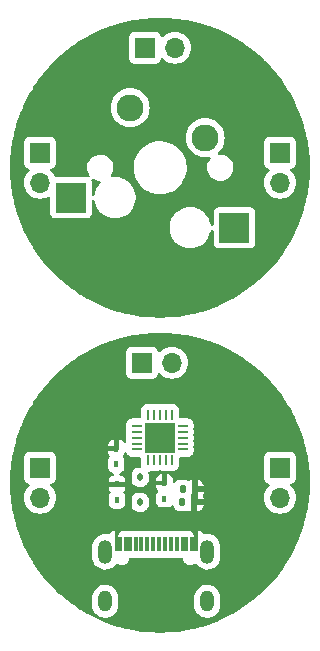
<source format=gbr>
%TF.GenerationSoftware,KiCad,Pcbnew,7.0.6*%
%TF.CreationDate,2023-08-06T17:13:19+10:00*%
%TF.ProjectId,single-key-keyboard,73696e67-6c65-42d6-9b65-792d6b657962,rev?*%
%TF.SameCoordinates,Original*%
%TF.FileFunction,Copper,L1,Top*%
%TF.FilePolarity,Positive*%
%FSLAX46Y46*%
G04 Gerber Fmt 4.6, Leading zero omitted, Abs format (unit mm)*
G04 Created by KiCad (PCBNEW 7.0.6) date 2023-08-06 17:13:19*
%MOMM*%
%LPD*%
G01*
G04 APERTURE LIST*
G04 Aperture macros list*
%AMRoundRect*
0 Rectangle with rounded corners*
0 $1 Rounding radius*
0 $2 $3 $4 $5 $6 $7 $8 $9 X,Y pos of 4 corners*
0 Add a 4 corners polygon primitive as box body*
4,1,4,$2,$3,$4,$5,$6,$7,$8,$9,$2,$3,0*
0 Add four circle primitives for the rounded corners*
1,1,$1+$1,$2,$3*
1,1,$1+$1,$4,$5*
1,1,$1+$1,$6,$7*
1,1,$1+$1,$8,$9*
0 Add four rect primitives between the rounded corners*
20,1,$1+$1,$2,$3,$4,$5,0*
20,1,$1+$1,$4,$5,$6,$7,0*
20,1,$1+$1,$6,$7,$8,$9,0*
20,1,$1+$1,$8,$9,$2,$3,0*%
G04 Aperture macros list end*
%TA.AperFunction,ComponentPad*%
%ADD10R,1.700000X1.700000*%
%TD*%
%TA.AperFunction,ComponentPad*%
%ADD11O,1.700000X1.700000*%
%TD*%
%TA.AperFunction,SMDPad,CuDef*%
%ADD12R,2.550000X2.500000*%
%TD*%
%TA.AperFunction,ComponentPad*%
%ADD13C,2.286000*%
%TD*%
%TA.AperFunction,ComponentPad*%
%ADD14O,1.200000X2.000000*%
%TD*%
%TA.AperFunction,ComponentPad*%
%ADD15O,1.200000X1.800000*%
%TD*%
%TA.AperFunction,SMDPad,CuDef*%
%ADD16R,0.300000X1.300000*%
%TD*%
%TA.AperFunction,SMDPad,CuDef*%
%ADD17RoundRect,0.062500X-0.362500X-0.062500X0.362500X-0.062500X0.362500X0.062500X-0.362500X0.062500X0*%
%TD*%
%TA.AperFunction,SMDPad,CuDef*%
%ADD18RoundRect,0.062500X-0.062500X-0.362500X0.062500X-0.362500X0.062500X0.362500X-0.062500X0.362500X0*%
%TD*%
%TA.AperFunction,SMDPad,CuDef*%
%ADD19R,2.600000X2.600000*%
%TD*%
%TA.AperFunction,SMDPad,CuDef*%
%ADD20RoundRect,0.135000X0.135000X0.185000X-0.135000X0.185000X-0.135000X-0.185000X0.135000X-0.185000X0*%
%TD*%
%TA.AperFunction,SMDPad,CuDef*%
%ADD21R,0.400000X0.480000*%
%TD*%
%TA.AperFunction,SMDPad,CuDef*%
%ADD22RoundRect,0.112500X-0.112500X0.187500X-0.112500X-0.187500X0.112500X-0.187500X0.112500X0.187500X0*%
%TD*%
G04 APERTURE END LIST*
D10*
%TO.P,TP7,1,1*%
%TO.N,unconnected-(TP7-Pad1)*%
X151130000Y-97790000D03*
D11*
%TO.P,TP7,2*%
%TO.N,N/C*%
X151130000Y-100330000D03*
%TD*%
D10*
%TO.P,TP5,1,1*%
%TO.N,unconnected-(TP5-Pad1)*%
X139700000Y-88900000D03*
D11*
%TO.P,TP5,2*%
%TO.N,N/C*%
X142240000Y-88900000D03*
%TD*%
D10*
%TO.P,TP1,1,1*%
%TO.N,unconnected-(TP1-Pad1)*%
X130810000Y-97790000D03*
D11*
%TO.P,TP1,2*%
%TO.N,N/C*%
X130810000Y-100330000D03*
%TD*%
D10*
%TO.P,TP4,1,1*%
%TO.N,unconnected-(TP4-Pad1)*%
X151130000Y-124460000D03*
D11*
%TO.P,TP4,2*%
%TO.N,N/C*%
X151130000Y-127000000D03*
%TD*%
D10*
%TO.P,TP3,1,1*%
%TO.N,unconnected-(TP3-Pad1)*%
X130810000Y-124460000D03*
D11*
%TO.P,TP3,2*%
%TO.N,N/C*%
X130810000Y-127000000D03*
%TD*%
D10*
%TO.P,TP2,1,1*%
%TO.N,unconnected-(TP2-Pad1)*%
X139440000Y-115570000D03*
D11*
%TO.P,TP2,2*%
%TO.N,N/C*%
X141980000Y-115570000D03*
%TD*%
D12*
%TO.P,SW1,1,1*%
%TO.N,unconnected-(SW1-Pad1)*%
X147280000Y-104140000D03*
D13*
X138450000Y-93980000D03*
%TO.P,SW1,2,2*%
%TO.N,unconnected-(SW1-Pad2)*%
X144800000Y-96520000D03*
D12*
X133430000Y-101600000D03*
%TD*%
D14*
%TO.P,P1,1*%
%TO.N,N/C*%
X136330000Y-131585000D03*
%TO.P,P1,2*%
X144970000Y-131585000D03*
D15*
%TO.P,P1,3*%
X136330000Y-135765000D03*
%TO.P,P1,4*%
X144970000Y-135765000D03*
D16*
%TO.P,P1,A1,GND*%
%TO.N,GND*%
X137300000Y-130935000D03*
%TO.P,P1,A4,VBUS*%
%TO.N,/VBUS*%
X138100000Y-130935000D03*
%TO.P,P1,A5,CC1*%
%TO.N,Net-(P1-CC1)*%
X139400000Y-130935000D03*
%TO.P,P1,A6,D+*%
%TO.N,/D+*%
X140400000Y-130935000D03*
%TO.P,P1,A7,D-*%
%TO.N,/D-*%
X140900000Y-130935000D03*
%TO.P,P1,A8,SBU1*%
%TO.N,unconnected-(P1-SBU1-PadA8)*%
X141900000Y-130935000D03*
%TO.P,P1,A9,VBUS*%
%TO.N,/VBUS*%
X143200000Y-130935000D03*
%TO.P,P1,A12,GND*%
%TO.N,GND*%
X144000000Y-130935000D03*
%TO.P,P1,B1,GND*%
X143700000Y-130935000D03*
%TO.P,P1,B4,VBUS*%
%TO.N,/VBUS*%
X142900000Y-130935000D03*
%TO.P,P1,B5,CC2*%
%TO.N,Net-(P1-CC2)*%
X142400000Y-130935000D03*
%TO.P,P1,B6,D+*%
%TO.N,/D+*%
X141400000Y-130935000D03*
%TO.P,P1,B7,D-*%
%TO.N,/D-*%
X139900000Y-130935000D03*
%TO.P,P1,B8,SBU2*%
%TO.N,unconnected-(P1-SBU2-PadB8)*%
X138900000Y-130935000D03*
%TO.P,P1,B9,VBUS*%
%TO.N,/VBUS*%
X138400000Y-130935000D03*
%TO.P,P1,B12,GND*%
%TO.N,GND*%
X137600000Y-130935000D03*
%TD*%
D17*
%TO.P,U1,1,~{RESET}/PB5*%
%TO.N,unconnected-(U1-~{RESET}{slash}PB5-Pad1)*%
X139045000Y-120920000D03*
%TO.P,U1,2,XTAL1/PB3*%
%TO.N,unconnected-(U1-XTAL1{slash}PB3-Pad2)*%
X139045000Y-121420000D03*
%TO.P,U1,3,NC*%
%TO.N,unconnected-(U1-NC-Pad3)*%
X139045000Y-121920000D03*
%TO.P,U1,4,NC*%
%TO.N,unconnected-(U1-NC-Pad4)*%
X139045000Y-122420000D03*
%TO.P,U1,5,XTAL2/PB4*%
%TO.N,unconnected-(U1-XTAL2{slash}PB4-Pad5)*%
X139045000Y-122920000D03*
D18*
%TO.P,U1,6,NC*%
%TO.N,unconnected-(U1-NC-Pad6)*%
X139970000Y-123845000D03*
%TO.P,U1,7,NC*%
%TO.N,unconnected-(U1-NC-Pad7)*%
X140470000Y-123845000D03*
%TO.P,U1,8,GND*%
%TO.N,GND*%
X140970000Y-123845000D03*
%TO.P,U1,9,NC*%
%TO.N,unconnected-(U1-NC-Pad9)*%
X141470000Y-123845000D03*
%TO.P,U1,10,NC*%
%TO.N,unconnected-(U1-NC-Pad10)*%
X141970000Y-123845000D03*
D17*
%TO.P,U1,11,AREF/PB0*%
%TO.N,unconnected-(U1-AREF{slash}PB0-Pad11)*%
X142895000Y-122920000D03*
%TO.P,U1,12,PB1*%
%TO.N,unconnected-(U1-PB1-Pad12)*%
X142895000Y-122420000D03*
%TO.P,U1,13,NC*%
%TO.N,unconnected-(U1-NC-Pad13)*%
X142895000Y-121920000D03*
%TO.P,U1,14,PB2*%
%TO.N,unconnected-(U1-PB2-Pad14)*%
X142895000Y-121420000D03*
%TO.P,U1,15,VCC*%
%TO.N,+5VP*%
X142895000Y-120920000D03*
D18*
%TO.P,U1,16,NC*%
%TO.N,unconnected-(U1-NC-Pad16)*%
X141970000Y-119995000D03*
%TO.P,U1,17,NC*%
%TO.N,unconnected-(U1-NC-Pad17)*%
X141470000Y-119995000D03*
%TO.P,U1,18,NC*%
%TO.N,unconnected-(U1-NC-Pad18)*%
X140970000Y-119995000D03*
%TO.P,U1,19,NC*%
%TO.N,unconnected-(U1-NC-Pad19)*%
X140470000Y-119995000D03*
%TO.P,U1,20,NC*%
%TO.N,unconnected-(U1-NC-Pad20)*%
X139970000Y-119995000D03*
D19*
%TO.P,U1,21,GND*%
%TO.N,GND*%
X140970000Y-121920000D03*
%TD*%
D20*
%TO.P,R2,1*%
%TO.N,GND*%
X143910000Y-126300000D03*
%TO.P,R2,2*%
%TO.N,Net-(P1-CC1)*%
X142890000Y-126300000D03*
%TD*%
%TO.P,R1,1*%
%TO.N,GND*%
X143890000Y-127350000D03*
%TO.P,R1,2*%
%TO.N,Net-(P1-CC2)*%
X142870000Y-127350000D03*
%TD*%
D21*
%TO.P,D4,1*%
%TO.N,GND*%
X137330000Y-125860000D03*
%TO.P,D4,2*%
%TO.N,/VBUS*%
X137330000Y-127180000D03*
%TD*%
%TO.P,D3,1*%
%TO.N,GND*%
X141340000Y-125760000D03*
%TO.P,D3,2*%
%TO.N,/D+*%
X141340000Y-127080000D03*
%TD*%
D22*
%TO.P,D2,1,K*%
%TO.N,+5VP*%
X139290000Y-125280000D03*
%TO.P,D2,2,A*%
%TO.N,/VBUS*%
X139290000Y-127380000D03*
%TD*%
D21*
%TO.P,D1,1*%
%TO.N,GND*%
X137260000Y-122840000D03*
%TO.P,D1,2*%
%TO.N,/D-*%
X137260000Y-124160000D03*
%TD*%
%TA.AperFunction,Conductor*%
%TO.N,GND*%
G36*
X135326840Y-99997830D02*
G01*
X135350542Y-100009694D01*
X135403014Y-100043416D01*
X135598288Y-100121593D01*
X135727084Y-100146416D01*
X135804828Y-100161400D01*
X135842653Y-100161400D01*
X135909692Y-100181085D01*
X135955447Y-100233889D01*
X135965391Y-100303047D01*
X135936366Y-100366603D01*
X135933552Y-100369741D01*
X135807567Y-100505520D01*
X135659768Y-100722302D01*
X135659767Y-100722303D01*
X135545938Y-100958673D01*
X135468606Y-101209376D01*
X135468605Y-101209380D01*
X135468605Y-101209382D01*
X135468604Y-101209385D01*
X135457781Y-101281186D01*
X135452114Y-101318786D01*
X135422657Y-101382142D01*
X135363623Y-101419515D01*
X135293755Y-101419039D01*
X135235235Y-101380866D01*
X135206644Y-101317114D01*
X135205499Y-101300303D01*
X135205499Y-100302129D01*
X135205498Y-100302123D01*
X135202085Y-100270375D01*
X135199091Y-100242517D01*
X135176178Y-100181085D01*
X135167324Y-100157345D01*
X135162340Y-100087654D01*
X135195825Y-100026330D01*
X135257148Y-99992846D01*
X135326840Y-99997830D01*
G37*
%TD.AperFunction*%
%TA.AperFunction,Conductor*%
G36*
X141610890Y-86378481D02*
G01*
X141753014Y-86386463D01*
X142320925Y-86434365D01*
X142462386Y-86450303D01*
X143026725Y-86529975D01*
X143167090Y-86553824D01*
X143726065Y-86665011D01*
X143864849Y-86696687D01*
X144379401Y-86829417D01*
X144416687Y-86839035D01*
X144553549Y-86878464D01*
X145096516Y-87051524D01*
X145230898Y-87098545D01*
X145763347Y-87301792D01*
X145894887Y-87356277D01*
X146217488Y-87500631D01*
X146415098Y-87589057D01*
X146543378Y-87650832D01*
X147049725Y-87912417D01*
X147174330Y-87981285D01*
X147665206Y-88270845D01*
X147739218Y-88317350D01*
X147785761Y-88346596D01*
X147920066Y-88436335D01*
X148259631Y-88663225D01*
X148261548Y-88664586D01*
X148375739Y-88745609D01*
X148831098Y-89088301D01*
X148868054Y-89117773D01*
X148942441Y-89177096D01*
X149377838Y-89544755D01*
X149484024Y-89639648D01*
X149800129Y-89938498D01*
X149898130Y-90031150D01*
X149998849Y-90131869D01*
X150390343Y-90545966D01*
X150485244Y-90652161D01*
X150852903Y-91087558D01*
X150941706Y-91198911D01*
X151284388Y-91654257D01*
X151366784Y-91770383D01*
X151683403Y-92244238D01*
X151759159Y-92364801D01*
X152048712Y-92855665D01*
X152117586Y-92980282D01*
X152133448Y-93010985D01*
X152379164Y-93486616D01*
X152440942Y-93614901D01*
X152673720Y-94135106D01*
X152728206Y-94266648D01*
X152931446Y-94799080D01*
X152978475Y-94933481D01*
X153151534Y-95476447D01*
X153190964Y-95613312D01*
X153333305Y-96165123D01*
X153364993Y-96303955D01*
X153476173Y-96862895D01*
X153500025Y-97003280D01*
X153579691Y-97567583D01*
X153595634Y-97709078D01*
X153643534Y-98276958D01*
X153651518Y-98419132D01*
X153669451Y-99058260D01*
X153669451Y-99061738D01*
X153651518Y-99700867D01*
X153643534Y-99843041D01*
X153595634Y-100410921D01*
X153579691Y-100552416D01*
X153500025Y-101116719D01*
X153476173Y-101257104D01*
X153364993Y-101816044D01*
X153333305Y-101954876D01*
X153190964Y-102506687D01*
X153151534Y-102643552D01*
X152978475Y-103186518D01*
X152931446Y-103320919D01*
X152728206Y-103853351D01*
X152673720Y-103984893D01*
X152440942Y-104505098D01*
X152379164Y-104633383D01*
X152117591Y-105139708D01*
X152048712Y-105264334D01*
X151759159Y-105755198D01*
X151683403Y-105875761D01*
X151366784Y-106349616D01*
X151284388Y-106465742D01*
X150941706Y-106921088D01*
X150852903Y-107032441D01*
X150485244Y-107467838D01*
X150390343Y-107574033D01*
X149998849Y-107988130D01*
X149898130Y-108088849D01*
X149484033Y-108480343D01*
X149377838Y-108575244D01*
X148942441Y-108942903D01*
X148831088Y-109031706D01*
X148375742Y-109374388D01*
X148259616Y-109456784D01*
X147785761Y-109773403D01*
X147665198Y-109849159D01*
X147174334Y-110138712D01*
X147049708Y-110207591D01*
X146543383Y-110469164D01*
X146415098Y-110530942D01*
X145894893Y-110763720D01*
X145763351Y-110818206D01*
X145230919Y-111021446D01*
X145096518Y-111068475D01*
X144553552Y-111241534D01*
X144416687Y-111280964D01*
X143864876Y-111423305D01*
X143726044Y-111454993D01*
X143167104Y-111566173D01*
X143026719Y-111590025D01*
X142462416Y-111669691D01*
X142320921Y-111685634D01*
X141753041Y-111733534D01*
X141610867Y-111741518D01*
X141041210Y-111757502D01*
X140898790Y-111757502D01*
X140329132Y-111741518D01*
X140186958Y-111733534D01*
X139619078Y-111685634D01*
X139477583Y-111669691D01*
X138913280Y-111590025D01*
X138772895Y-111566173D01*
X138213955Y-111454993D01*
X138075123Y-111423305D01*
X137523312Y-111280964D01*
X137386447Y-111241534D01*
X136843481Y-111068475D01*
X136709080Y-111021446D01*
X136176648Y-110818206D01*
X136143542Y-110804493D01*
X136045098Y-110763716D01*
X135524901Y-110530942D01*
X135396616Y-110469164D01*
X134890300Y-110207595D01*
X134827978Y-110173151D01*
X134765665Y-110138712D01*
X134274809Y-109849163D01*
X134240566Y-109827647D01*
X134154238Y-109773403D01*
X133680383Y-109456784D01*
X133564257Y-109374388D01*
X133108911Y-109031706D01*
X132997558Y-108942903D01*
X132562161Y-108575244D01*
X132455966Y-108480343D01*
X132041869Y-108088849D01*
X131941150Y-107988130D01*
X131549656Y-107574033D01*
X131454755Y-107467838D01*
X131087096Y-107032441D01*
X131027773Y-106958054D01*
X130998301Y-106921098D01*
X130655609Y-106465739D01*
X130573215Y-106349616D01*
X130256596Y-105875761D01*
X130219939Y-105817423D01*
X130180845Y-105755206D01*
X129891285Y-105264330D01*
X129874787Y-105234479D01*
X129822417Y-105139725D01*
X129560832Y-104633378D01*
X129499057Y-104505098D01*
X129394388Y-104271187D01*
X141779500Y-104271187D01*
X141799794Y-104405823D01*
X141818604Y-104530615D01*
X141818605Y-104530617D01*
X141818606Y-104530623D01*
X141895938Y-104781326D01*
X142009767Y-105017696D01*
X142009768Y-105017697D01*
X142009770Y-105017700D01*
X142009772Y-105017704D01*
X142092938Y-105139686D01*
X142157567Y-105234479D01*
X142336014Y-105426801D01*
X142336018Y-105426804D01*
X142336019Y-105426805D01*
X142541143Y-105590386D01*
X142768357Y-105721568D01*
X143012584Y-105817420D01*
X143268370Y-105875802D01*
X143268376Y-105875802D01*
X143268379Y-105875803D01*
X143464500Y-105890500D01*
X143464506Y-105890500D01*
X143595500Y-105890500D01*
X143791620Y-105875803D01*
X143791622Y-105875802D01*
X143791630Y-105875802D01*
X144047416Y-105817420D01*
X144291643Y-105721568D01*
X144518857Y-105590386D01*
X144723981Y-105426805D01*
X144902433Y-105234479D01*
X145050228Y-105017704D01*
X145164063Y-104781323D01*
X145241396Y-104530615D01*
X145257886Y-104421212D01*
X145287341Y-104357858D01*
X145346375Y-104320484D01*
X145416243Y-104320959D01*
X145474763Y-104359132D01*
X145503355Y-104422884D01*
X145504500Y-104439696D01*
X145504500Y-105437870D01*
X145504501Y-105437876D01*
X145510908Y-105497483D01*
X145561202Y-105632328D01*
X145561206Y-105632335D01*
X145647452Y-105747544D01*
X145647455Y-105747547D01*
X145762664Y-105833793D01*
X145762671Y-105833797D01*
X145897517Y-105884091D01*
X145897516Y-105884091D01*
X145904444Y-105884835D01*
X145957127Y-105890500D01*
X148602872Y-105890499D01*
X148662483Y-105884091D01*
X148797331Y-105833796D01*
X148912546Y-105747546D01*
X148998796Y-105632331D01*
X149049091Y-105497483D01*
X149055500Y-105437873D01*
X149055499Y-102842128D01*
X149049091Y-102782517D01*
X149014440Y-102689614D01*
X148998797Y-102647671D01*
X148998793Y-102647664D01*
X148912547Y-102532455D01*
X148912544Y-102532452D01*
X148797335Y-102446206D01*
X148797328Y-102446202D01*
X148662482Y-102395908D01*
X148662483Y-102395908D01*
X148602883Y-102389501D01*
X148602881Y-102389500D01*
X148602873Y-102389500D01*
X148602864Y-102389500D01*
X145957129Y-102389500D01*
X145957123Y-102389501D01*
X145897516Y-102395908D01*
X145762671Y-102446202D01*
X145762664Y-102446206D01*
X145647455Y-102532452D01*
X145647452Y-102532455D01*
X145561206Y-102647664D01*
X145561202Y-102647671D01*
X145510908Y-102782517D01*
X145504501Y-102842116D01*
X145504501Y-102842123D01*
X145504500Y-102842135D01*
X145504500Y-103840301D01*
X145484815Y-103907340D01*
X145432011Y-103953095D01*
X145362853Y-103963039D01*
X145299297Y-103934014D01*
X145261523Y-103875236D01*
X145257885Y-103858783D01*
X145241396Y-103749385D01*
X145164063Y-103498677D01*
X145092705Y-103350500D01*
X145050232Y-103262303D01*
X145050231Y-103262302D01*
X145050230Y-103262301D01*
X145050228Y-103262296D01*
X144902433Y-103045521D01*
X144820745Y-102957482D01*
X144723985Y-102853198D01*
X144684533Y-102821736D01*
X144518857Y-102689614D01*
X144291643Y-102558432D01*
X144047416Y-102462580D01*
X144047411Y-102462578D01*
X144047402Y-102462576D01*
X143829818Y-102412914D01*
X143791630Y-102404198D01*
X143791629Y-102404197D01*
X143791625Y-102404197D01*
X143791620Y-102404196D01*
X143595500Y-102389500D01*
X143595494Y-102389500D01*
X143464506Y-102389500D01*
X143464500Y-102389500D01*
X143268379Y-102404196D01*
X143268374Y-102404197D01*
X143012597Y-102462576D01*
X143012578Y-102462582D01*
X142768356Y-102558432D01*
X142541143Y-102689614D01*
X142336014Y-102853198D01*
X142157567Y-103045520D01*
X142009768Y-103262302D01*
X142009767Y-103262303D01*
X141895938Y-103498673D01*
X141818606Y-103749376D01*
X141818605Y-103749381D01*
X141818604Y-103749385D01*
X141804900Y-103840301D01*
X141779500Y-104008812D01*
X141779500Y-104271187D01*
X129394388Y-104271187D01*
X129394386Y-104271182D01*
X129266277Y-103984887D01*
X129211787Y-103853335D01*
X129206812Y-103840301D01*
X129008545Y-103320898D01*
X128961524Y-103186516D01*
X128788464Y-102643549D01*
X128749035Y-102506687D01*
X128711446Y-102360968D01*
X128606692Y-101954869D01*
X128594100Y-101899698D01*
X128575011Y-101816065D01*
X128463824Y-101257090D01*
X128439974Y-101116719D01*
X128360307Y-100552409D01*
X128344365Y-100410925D01*
X128337539Y-100330000D01*
X129454341Y-100330000D01*
X129474936Y-100565403D01*
X129474938Y-100565413D01*
X129536094Y-100793655D01*
X129536096Y-100793659D01*
X129536097Y-100793663D01*
X129592452Y-100914516D01*
X129635965Y-101007830D01*
X129635967Y-101007834D01*
X129722161Y-101130931D01*
X129771505Y-101201401D01*
X129938599Y-101368495D01*
X129956267Y-101380866D01*
X130132165Y-101504032D01*
X130132167Y-101504033D01*
X130132170Y-101504035D01*
X130346337Y-101603903D01*
X130574592Y-101665063D01*
X130762918Y-101681539D01*
X130809999Y-101685659D01*
X130810000Y-101685659D01*
X130810001Y-101685659D01*
X130849234Y-101682226D01*
X131045408Y-101665063D01*
X131273663Y-101603903D01*
X131478096Y-101508573D01*
X131547172Y-101498082D01*
X131610956Y-101526602D01*
X131649196Y-101585078D01*
X131654500Y-101620956D01*
X131654500Y-102897870D01*
X131654501Y-102897876D01*
X131660908Y-102957483D01*
X131711202Y-103092328D01*
X131711206Y-103092335D01*
X131797452Y-103207544D01*
X131797455Y-103207547D01*
X131912664Y-103293793D01*
X131912671Y-103293797D01*
X132047517Y-103344091D01*
X132047516Y-103344091D01*
X132054444Y-103344835D01*
X132107127Y-103350500D01*
X134752872Y-103350499D01*
X134812483Y-103344091D01*
X134947331Y-103293796D01*
X135062546Y-103207546D01*
X135148796Y-103092331D01*
X135199091Y-102957483D01*
X135205500Y-102897873D01*
X135205499Y-101899695D01*
X135225183Y-101832659D01*
X135277987Y-101786904D01*
X135347146Y-101776960D01*
X135410702Y-101805985D01*
X135448476Y-101864763D01*
X135452114Y-101881215D01*
X135468605Y-101990619D01*
X135468606Y-101990623D01*
X135545938Y-102241326D01*
X135659767Y-102477696D01*
X135659768Y-102477697D01*
X135659770Y-102477700D01*
X135659772Y-102477704D01*
X135775654Y-102647671D01*
X135807567Y-102694479D01*
X135986014Y-102886801D01*
X135986018Y-102886804D01*
X135986019Y-102886805D01*
X136191143Y-103050386D01*
X136418357Y-103181568D01*
X136662584Y-103277420D01*
X136918370Y-103335802D01*
X136918376Y-103335802D01*
X136918379Y-103335803D01*
X137114500Y-103350500D01*
X137114506Y-103350500D01*
X137245500Y-103350500D01*
X137441620Y-103335803D01*
X137441622Y-103335802D01*
X137441630Y-103335802D01*
X137697416Y-103277420D01*
X137941643Y-103181568D01*
X138168857Y-103050386D01*
X138373981Y-102886805D01*
X138405167Y-102853195D01*
X138415446Y-102842116D01*
X138552433Y-102694479D01*
X138700228Y-102477704D01*
X138814063Y-102241323D01*
X138891396Y-101990615D01*
X138930500Y-101731182D01*
X138930500Y-101468818D01*
X138891396Y-101209385D01*
X138814063Y-100958677D01*
X138792796Y-100914516D01*
X138700232Y-100722303D01*
X138700231Y-100722302D01*
X138700230Y-100722301D01*
X138700228Y-100722296D01*
X138552433Y-100505521D01*
X138531132Y-100482564D01*
X138373985Y-100313198D01*
X138320286Y-100270375D01*
X138168857Y-100149614D01*
X137941643Y-100018432D01*
X137697416Y-99922580D01*
X137697411Y-99922578D01*
X137697402Y-99922576D01*
X137460303Y-99868460D01*
X137441630Y-99864198D01*
X137441629Y-99864197D01*
X137441625Y-99864197D01*
X137441620Y-99864196D01*
X137245500Y-99849500D01*
X137245494Y-99849500D01*
X137114506Y-99849500D01*
X137114500Y-99849500D01*
X136942361Y-99862399D01*
X136874038Y-99847779D01*
X136824465Y-99798542D01*
X136809382Y-99730320D01*
X136825706Y-99676749D01*
X136916426Y-99519619D01*
X136985222Y-99320846D01*
X137011919Y-99135167D01*
X138741833Y-99135167D01*
X138771910Y-99434142D01*
X138771911Y-99434149D01*
X138841568Y-99726441D01*
X138841571Y-99726453D01*
X138949566Y-100006853D01*
X138949573Y-100006868D01*
X139093979Y-100270375D01*
X139093983Y-100270381D01*
X139185296Y-100394312D01*
X139272223Y-100512290D01*
X139481121Y-100728289D01*
X139716946Y-100914518D01*
X139975487Y-101067652D01*
X140252133Y-101184960D01*
X140252136Y-101184960D01*
X140252139Y-101184962D01*
X140397039Y-101224653D01*
X140541946Y-101264348D01*
X140839755Y-101304400D01*
X140839760Y-101304400D01*
X141065041Y-101304400D01*
X141228513Y-101293456D01*
X141289819Y-101289352D01*
X141584287Y-101229499D01*
X141868151Y-101130931D01*
X142136343Y-100995407D01*
X142384080Y-100825346D01*
X142606939Y-100623782D01*
X142800943Y-100394312D01*
X142841998Y-100330000D01*
X149774341Y-100330000D01*
X149794936Y-100565403D01*
X149794938Y-100565413D01*
X149856094Y-100793655D01*
X149856096Y-100793659D01*
X149856097Y-100793663D01*
X149912452Y-100914516D01*
X149955965Y-101007830D01*
X149955967Y-101007834D01*
X150042161Y-101130931D01*
X150091505Y-101201401D01*
X150258599Y-101368495D01*
X150276267Y-101380866D01*
X150452165Y-101504032D01*
X150452167Y-101504033D01*
X150452170Y-101504035D01*
X150666337Y-101603903D01*
X150894592Y-101665063D01*
X151082918Y-101681539D01*
X151129999Y-101685659D01*
X151130000Y-101685659D01*
X151130001Y-101685659D01*
X151169234Y-101682226D01*
X151365408Y-101665063D01*
X151593663Y-101603903D01*
X151807830Y-101504035D01*
X152001401Y-101368495D01*
X152168495Y-101201401D01*
X152304035Y-101007830D01*
X152403903Y-100793663D01*
X152465063Y-100565408D01*
X152485659Y-100330000D01*
X152465063Y-100094592D01*
X152403903Y-99866337D01*
X152304035Y-99652171D01*
X152304034Y-99652169D01*
X152168496Y-99458600D01*
X152131765Y-99421869D01*
X152046567Y-99336671D01*
X152013084Y-99275351D01*
X152018068Y-99205659D01*
X152059939Y-99149725D01*
X152090915Y-99132810D01*
X152222331Y-99083796D01*
X152337546Y-98997546D01*
X152423796Y-98882331D01*
X152474091Y-98747483D01*
X152480500Y-98687873D01*
X152480499Y-96892128D01*
X152474091Y-96832517D01*
X152473394Y-96830649D01*
X152423797Y-96697671D01*
X152423793Y-96697664D01*
X152337547Y-96582455D01*
X152337544Y-96582452D01*
X152222335Y-96496206D01*
X152222328Y-96496202D01*
X152087482Y-96445908D01*
X152087483Y-96445908D01*
X152027883Y-96439501D01*
X152027881Y-96439500D01*
X152027873Y-96439500D01*
X152027864Y-96439500D01*
X150232129Y-96439500D01*
X150232123Y-96439501D01*
X150172516Y-96445908D01*
X150037671Y-96496202D01*
X150037664Y-96496206D01*
X149922455Y-96582452D01*
X149922452Y-96582455D01*
X149836206Y-96697664D01*
X149836202Y-96697671D01*
X149785908Y-96832517D01*
X149779675Y-96890501D01*
X149779501Y-96892123D01*
X149779500Y-96892135D01*
X149779500Y-98687870D01*
X149779501Y-98687876D01*
X149785908Y-98747483D01*
X149836202Y-98882328D01*
X149836206Y-98882335D01*
X149922452Y-98997544D01*
X149922455Y-98997547D01*
X150037664Y-99083793D01*
X150037671Y-99083797D01*
X150169081Y-99132810D01*
X150225015Y-99174681D01*
X150249432Y-99240145D01*
X150234580Y-99308418D01*
X150213430Y-99336673D01*
X150091503Y-99458600D01*
X149955965Y-99652169D01*
X149955964Y-99652171D01*
X149856098Y-99866335D01*
X149856094Y-99866344D01*
X149794938Y-100094586D01*
X149794936Y-100094596D01*
X149774341Y-100329999D01*
X149774341Y-100330000D01*
X142841998Y-100330000D01*
X142962631Y-100141032D01*
X143089118Y-99868460D01*
X143178146Y-99581462D01*
X143228126Y-99285158D01*
X143238167Y-98984836D01*
X143208089Y-98685855D01*
X143138430Y-98393551D01*
X143030431Y-98113140D01*
X142886021Y-97849625D01*
X142707777Y-97607710D01*
X142498879Y-97391711D01*
X142498872Y-97391705D01*
X142263055Y-97205483D01*
X142263056Y-97205483D01*
X142263054Y-97205482D01*
X142004513Y-97052348D01*
X141727867Y-96935040D01*
X141727860Y-96935037D01*
X141438059Y-96855653D01*
X141438056Y-96855652D01*
X141438054Y-96855652D01*
X141140245Y-96815600D01*
X140914967Y-96815600D01*
X140914959Y-96815600D01*
X140690183Y-96830647D01*
X140690174Y-96830649D01*
X140395710Y-96890501D01*
X140111847Y-96989069D01*
X140111844Y-96989071D01*
X139843662Y-97124589D01*
X139595918Y-97294655D01*
X139373062Y-97496216D01*
X139179058Y-97725686D01*
X139179056Y-97725688D01*
X139017366Y-97978972D01*
X138919298Y-98190305D01*
X138890882Y-98251540D01*
X138857771Y-98358276D01*
X138801854Y-98538535D01*
X138757895Y-98799148D01*
X138751874Y-98834842D01*
X138743551Y-99083796D01*
X138741833Y-99135167D01*
X137011919Y-99135167D01*
X137015157Y-99112645D01*
X137005148Y-98902541D01*
X136955558Y-98698129D01*
X136868179Y-98506795D01*
X136868175Y-98506789D01*
X136746173Y-98335460D01*
X136746167Y-98335454D01*
X136593939Y-98190305D01*
X136593937Y-98190303D01*
X136416986Y-98076584D01*
X136416984Y-98076583D01*
X136221721Y-97998410D01*
X136221714Y-97998407D01*
X136221712Y-97998407D01*
X136221709Y-97998406D01*
X136221708Y-97998406D01*
X136015172Y-97958600D01*
X136015171Y-97958600D01*
X135857532Y-97958600D01*
X135700611Y-97973584D01*
X135700607Y-97973585D01*
X135498791Y-98032843D01*
X135311831Y-98129228D01*
X135146490Y-98259252D01*
X135146489Y-98259253D01*
X135008749Y-98418214D01*
X135008740Y-98418225D01*
X134903574Y-98600379D01*
X134834779Y-98799148D01*
X134834778Y-98799153D01*
X134834778Y-98799154D01*
X134804843Y-99007355D01*
X134814852Y-99217459D01*
X134864442Y-99421871D01*
X134881216Y-99458600D01*
X134951820Y-99613204D01*
X134951823Y-99613208D01*
X135002948Y-99685004D01*
X135025800Y-99751031D01*
X135009327Y-99818931D01*
X134958759Y-99867146D01*
X134890152Y-99880368D01*
X134858607Y-99873112D01*
X134812482Y-99855908D01*
X134812483Y-99855908D01*
X134752883Y-99849501D01*
X134752881Y-99849500D01*
X134752873Y-99849500D01*
X134752865Y-99849500D01*
X132155048Y-99849500D01*
X132088009Y-99829815D01*
X132042666Y-99777905D01*
X132027911Y-99746264D01*
X131984035Y-99652171D01*
X131891222Y-99519620D01*
X131848496Y-99458600D01*
X131811765Y-99421869D01*
X131726567Y-99336671D01*
X131693084Y-99275351D01*
X131698068Y-99205659D01*
X131739939Y-99149725D01*
X131770915Y-99132810D01*
X131902331Y-99083796D01*
X132017546Y-98997546D01*
X132103796Y-98882331D01*
X132154091Y-98747483D01*
X132160500Y-98687873D01*
X132160499Y-96892128D01*
X132154091Y-96832517D01*
X132153394Y-96830649D01*
X132103797Y-96697671D01*
X132103793Y-96697664D01*
X132017547Y-96582455D01*
X132017544Y-96582452D01*
X131934119Y-96520000D01*
X143151418Y-96520000D01*
X143171715Y-96777898D01*
X143232102Y-97029430D01*
X143232106Y-97029442D01*
X143331102Y-97268441D01*
X143466267Y-97489009D01*
X143466270Y-97489014D01*
X143472423Y-97496218D01*
X143634276Y-97685724D01*
X143728057Y-97765820D01*
X143830985Y-97853729D01*
X143830990Y-97853732D01*
X144051558Y-97988897D01*
X144074525Y-97998410D01*
X144290560Y-98087895D01*
X144542105Y-98148285D01*
X144800000Y-98168582D01*
X145057895Y-98148285D01*
X145117554Y-98133962D01*
X145187336Y-98137453D01*
X145244154Y-98178117D01*
X145269967Y-98243043D01*
X145256581Y-98311618D01*
X145240214Y-98335738D01*
X145168753Y-98418208D01*
X145168740Y-98418225D01*
X145063574Y-98600379D01*
X144994779Y-98799148D01*
X144994778Y-98799153D01*
X144994778Y-98799154D01*
X144964843Y-99007355D01*
X144974852Y-99217459D01*
X145024442Y-99421871D01*
X145041216Y-99458600D01*
X145111820Y-99613204D01*
X145111824Y-99613210D01*
X145233826Y-99784539D01*
X145233831Y-99784544D01*
X145386063Y-99929697D01*
X145563014Y-100043416D01*
X145758288Y-100121593D01*
X145887084Y-100146416D01*
X145964828Y-100161400D01*
X145964829Y-100161400D01*
X146122461Y-100161400D01*
X146122468Y-100161400D01*
X146279389Y-100146416D01*
X146481211Y-100087156D01*
X146668170Y-99990771D01*
X146833510Y-99860747D01*
X146971255Y-99701781D01*
X147076426Y-99519619D01*
X147145222Y-99320846D01*
X147175157Y-99112645D01*
X147165148Y-98902541D01*
X147115558Y-98698129D01*
X147028179Y-98506795D01*
X147028175Y-98506789D01*
X146906173Y-98335460D01*
X146906167Y-98335454D01*
X146753939Y-98190305D01*
X146753937Y-98190303D01*
X146576986Y-98076584D01*
X146576984Y-98076583D01*
X146381721Y-97998410D01*
X146381714Y-97998407D01*
X146381712Y-97998407D01*
X146381709Y-97998406D01*
X146381708Y-97998406D01*
X146175172Y-97958600D01*
X146175171Y-97958600D01*
X146017532Y-97958600D01*
X145990441Y-97961186D01*
X145921836Y-97947963D01*
X145871269Y-97899747D01*
X145854797Y-97831847D01*
X145877650Y-97765820D01*
X145898122Y-97743460D01*
X145965724Y-97685724D01*
X146133731Y-97489012D01*
X146268897Y-97268441D01*
X146367895Y-97029440D01*
X146428285Y-96777895D01*
X146448582Y-96520000D01*
X146428285Y-96262105D01*
X146367895Y-96010560D01*
X146268897Y-95771559D01*
X146268897Y-95771558D01*
X146133732Y-95550990D01*
X146133729Y-95550985D01*
X146070067Y-95476447D01*
X145965724Y-95354276D01*
X145858181Y-95262426D01*
X145769014Y-95186270D01*
X145769009Y-95186267D01*
X145548441Y-95051102D01*
X145309442Y-94952106D01*
X145309444Y-94952106D01*
X145309440Y-94952105D01*
X145309436Y-94952104D01*
X145309430Y-94952102D01*
X145057898Y-94891715D01*
X144800000Y-94871418D01*
X144542101Y-94891715D01*
X144290569Y-94952102D01*
X144290557Y-94952106D01*
X144051558Y-95051102D01*
X143830990Y-95186267D01*
X143830985Y-95186270D01*
X143634276Y-95354276D01*
X143466270Y-95550985D01*
X143466267Y-95550990D01*
X143331102Y-95771558D01*
X143232106Y-96010557D01*
X143232102Y-96010569D01*
X143171715Y-96262101D01*
X143151418Y-96520000D01*
X131934119Y-96520000D01*
X131902335Y-96496206D01*
X131902328Y-96496202D01*
X131767482Y-96445908D01*
X131767483Y-96445908D01*
X131707883Y-96439501D01*
X131707881Y-96439500D01*
X131707873Y-96439500D01*
X131707864Y-96439500D01*
X129912129Y-96439500D01*
X129912123Y-96439501D01*
X129852516Y-96445908D01*
X129717671Y-96496202D01*
X129717664Y-96496206D01*
X129602455Y-96582452D01*
X129602452Y-96582455D01*
X129516206Y-96697664D01*
X129516202Y-96697671D01*
X129465908Y-96832517D01*
X129459675Y-96890501D01*
X129459501Y-96892123D01*
X129459500Y-96892135D01*
X129459500Y-98687870D01*
X129459501Y-98687876D01*
X129465908Y-98747483D01*
X129516202Y-98882328D01*
X129516206Y-98882335D01*
X129602452Y-98997544D01*
X129602455Y-98997547D01*
X129717664Y-99083793D01*
X129717671Y-99083797D01*
X129849081Y-99132810D01*
X129905015Y-99174681D01*
X129929432Y-99240145D01*
X129914580Y-99308418D01*
X129893430Y-99336673D01*
X129771503Y-99458600D01*
X129635965Y-99652169D01*
X129635964Y-99652171D01*
X129536098Y-99866335D01*
X129536094Y-99866344D01*
X129474938Y-100094586D01*
X129474936Y-100094596D01*
X129454341Y-100329999D01*
X129454341Y-100330000D01*
X128337539Y-100330000D01*
X128296463Y-99843014D01*
X128288481Y-99700867D01*
X128272497Y-99131210D01*
X128272498Y-98988789D01*
X128277819Y-98799148D01*
X128288481Y-98419120D01*
X128288533Y-98418208D01*
X128296462Y-98276993D01*
X128344368Y-97709047D01*
X128360308Y-97567583D01*
X128439976Y-97003263D01*
X128463821Y-96862922D01*
X128575008Y-96303947D01*
X128606694Y-96165123D01*
X128749036Y-95613305D01*
X128788465Y-95476447D01*
X128797246Y-95448897D01*
X128961532Y-94933455D01*
X129008539Y-94799118D01*
X129211797Y-94266639D01*
X129266266Y-94135136D01*
X129335685Y-93980000D01*
X136801418Y-93980000D01*
X136821715Y-94237898D01*
X136882102Y-94489430D01*
X136882106Y-94489442D01*
X136981102Y-94728441D01*
X137116267Y-94949009D01*
X137116270Y-94949014D01*
X137192426Y-95038181D01*
X137284276Y-95145724D01*
X137331750Y-95186270D01*
X137480985Y-95313729D01*
X137480990Y-95313732D01*
X137701558Y-95448897D01*
X137768070Y-95476447D01*
X137940560Y-95547895D01*
X138192105Y-95608285D01*
X138450000Y-95628582D01*
X138707895Y-95608285D01*
X138959440Y-95547895D01*
X139198441Y-95448897D01*
X139419012Y-95313731D01*
X139615724Y-95145724D01*
X139783731Y-94949012D01*
X139918897Y-94728441D01*
X140017895Y-94489440D01*
X140078285Y-94237895D01*
X140098582Y-93980000D01*
X140078285Y-93722105D01*
X140017895Y-93470560D01*
X139918897Y-93231559D01*
X139918897Y-93231558D01*
X139783732Y-93010990D01*
X139783729Y-93010985D01*
X139703468Y-92917012D01*
X139615724Y-92814276D01*
X139508181Y-92722426D01*
X139419014Y-92646270D01*
X139419009Y-92646267D01*
X139198441Y-92511102D01*
X138959442Y-92412106D01*
X138959444Y-92412106D01*
X138959440Y-92412105D01*
X138959436Y-92412104D01*
X138959430Y-92412102D01*
X138707898Y-92351715D01*
X138514473Y-92336492D01*
X138450000Y-92331418D01*
X138449999Y-92331418D01*
X138192101Y-92351715D01*
X137940569Y-92412102D01*
X137940557Y-92412106D01*
X137701558Y-92511102D01*
X137480990Y-92646267D01*
X137480985Y-92646270D01*
X137284276Y-92814276D01*
X137116270Y-93010985D01*
X137116267Y-93010990D01*
X136981102Y-93231558D01*
X136882106Y-93470557D01*
X136882102Y-93470569D01*
X136821715Y-93722101D01*
X136801418Y-93980000D01*
X129335685Y-93980000D01*
X129499057Y-93614901D01*
X129513772Y-93584343D01*
X129560823Y-93486639D01*
X129822429Y-92980252D01*
X129891268Y-92855697D01*
X130180854Y-92364778D01*
X130256596Y-92244238D01*
X130573231Y-91770359D01*
X130655593Y-91654281D01*
X130998305Y-91198896D01*
X131087096Y-91087558D01*
X131175841Y-90982462D01*
X131454764Y-90652151D01*
X131549657Y-90545966D01*
X131941167Y-90131851D01*
X132041851Y-90031167D01*
X132288618Y-89797870D01*
X138349500Y-89797870D01*
X138349501Y-89797876D01*
X138355908Y-89857483D01*
X138406202Y-89992328D01*
X138406206Y-89992335D01*
X138492452Y-90107544D01*
X138492455Y-90107547D01*
X138607664Y-90193793D01*
X138607671Y-90193797D01*
X138742517Y-90244091D01*
X138742516Y-90244091D01*
X138749444Y-90244835D01*
X138802127Y-90250500D01*
X140597872Y-90250499D01*
X140657483Y-90244091D01*
X140792331Y-90193796D01*
X140907546Y-90107546D01*
X140993796Y-89992331D01*
X141042810Y-89860916D01*
X141084681Y-89804984D01*
X141150145Y-89780566D01*
X141218418Y-89795417D01*
X141246673Y-89816569D01*
X141368599Y-89938495D01*
X141465384Y-90006264D01*
X141562165Y-90074032D01*
X141562167Y-90074033D01*
X141562170Y-90074035D01*
X141776337Y-90173903D01*
X142004592Y-90235063D01*
X142181034Y-90250500D01*
X142239999Y-90255659D01*
X142240000Y-90255659D01*
X142240001Y-90255659D01*
X142298966Y-90250500D01*
X142475408Y-90235063D01*
X142703663Y-90173903D01*
X142917830Y-90074035D01*
X143111401Y-89938495D01*
X143278495Y-89771401D01*
X143414035Y-89577830D01*
X143513903Y-89363663D01*
X143575063Y-89135408D01*
X143595659Y-88900000D01*
X143575063Y-88664592D01*
X143513903Y-88436337D01*
X143414035Y-88222171D01*
X143278495Y-88028599D01*
X143278494Y-88028597D01*
X143111402Y-87861506D01*
X143111395Y-87861501D01*
X142917834Y-87725967D01*
X142917830Y-87725965D01*
X142917828Y-87725964D01*
X142703663Y-87626097D01*
X142703659Y-87626096D01*
X142703655Y-87626094D01*
X142475413Y-87564938D01*
X142475403Y-87564936D01*
X142240001Y-87544341D01*
X142239999Y-87544341D01*
X142004596Y-87564936D01*
X142004586Y-87564938D01*
X141776344Y-87626094D01*
X141776335Y-87626098D01*
X141562171Y-87725964D01*
X141562169Y-87725965D01*
X141368600Y-87861503D01*
X141246673Y-87983430D01*
X141185350Y-88016914D01*
X141115658Y-88011930D01*
X141059725Y-87970058D01*
X141042810Y-87939081D01*
X140993797Y-87807671D01*
X140993793Y-87807664D01*
X140907547Y-87692455D01*
X140907544Y-87692452D01*
X140792335Y-87606206D01*
X140792328Y-87606202D01*
X140657482Y-87555908D01*
X140657483Y-87555908D01*
X140597883Y-87549501D01*
X140597881Y-87549500D01*
X140597873Y-87549500D01*
X140597864Y-87549500D01*
X138802129Y-87549500D01*
X138802123Y-87549501D01*
X138742516Y-87555908D01*
X138607671Y-87606202D01*
X138607664Y-87606206D01*
X138492455Y-87692452D01*
X138492452Y-87692455D01*
X138406206Y-87807664D01*
X138406202Y-87807671D01*
X138355908Y-87942517D01*
X138349501Y-88002116D01*
X138349500Y-88002135D01*
X138349500Y-89797870D01*
X132288618Y-89797870D01*
X132455977Y-89639646D01*
X132562151Y-89544764D01*
X132997558Y-89177096D01*
X133049826Y-89135413D01*
X133108896Y-89088305D01*
X133564281Y-88745593D01*
X133680359Y-88663231D01*
X134154243Y-88346592D01*
X134274778Y-88270854D01*
X134765697Y-87981268D01*
X134890252Y-87912429D01*
X135396639Y-87650823D01*
X135524901Y-87589057D01*
X135578801Y-87564938D01*
X136045136Y-87356266D01*
X136176639Y-87301797D01*
X136709118Y-87098539D01*
X136843455Y-87051532D01*
X137386484Y-86878453D01*
X137523296Y-86839039D01*
X138075152Y-86696686D01*
X138213947Y-86665008D01*
X138772922Y-86553821D01*
X138913263Y-86529976D01*
X139477602Y-86450305D01*
X139619047Y-86434368D01*
X140186993Y-86386462D01*
X140329109Y-86378481D01*
X140898790Y-86362498D01*
X141041210Y-86362498D01*
X141610890Y-86378481D01*
G37*
%TD.AperFunction*%
%TD*%
%TA.AperFunction,Conductor*%
%TO.N,GND*%
G36*
X141163039Y-121689685D02*
G01*
X141208794Y-121742489D01*
X141220000Y-121794000D01*
X141220000Y-122867924D01*
X141200315Y-122934963D01*
X141147511Y-122980718D01*
X141143454Y-122982485D01*
X141123571Y-122990720D01*
X141123570Y-122990721D01*
X141045486Y-123050637D01*
X140980317Y-123075831D01*
X140911872Y-123061792D01*
X140894514Y-123050637D01*
X140816429Y-122990721D01*
X140816428Y-122990720D01*
X140796546Y-122982485D01*
X140742143Y-122938643D01*
X140720079Y-122872349D01*
X140720000Y-122867924D01*
X140720000Y-121794000D01*
X140739685Y-121726961D01*
X140792489Y-121681206D01*
X140844000Y-121670000D01*
X141096000Y-121670000D01*
X141163039Y-121689685D01*
G37*
%TD.AperFunction*%
%TA.AperFunction,Conductor*%
G36*
X141610890Y-113048481D02*
G01*
X141753014Y-113056463D01*
X142320925Y-113104365D01*
X142462386Y-113120303D01*
X143026725Y-113199975D01*
X143167090Y-113223824D01*
X143726065Y-113335011D01*
X143864849Y-113366687D01*
X144379401Y-113499417D01*
X144416687Y-113509035D01*
X144553549Y-113548464D01*
X145096516Y-113721524D01*
X145230898Y-113768545D01*
X145763347Y-113971792D01*
X145894887Y-114026277D01*
X146217488Y-114170631D01*
X146415098Y-114259057D01*
X146543378Y-114320832D01*
X147049725Y-114582417D01*
X147174330Y-114651285D01*
X147665206Y-114940845D01*
X147739218Y-114987350D01*
X147785761Y-115016596D01*
X147920066Y-115106335D01*
X148259631Y-115333225D01*
X148261548Y-115334586D01*
X148375739Y-115415609D01*
X148831098Y-115758301D01*
X148868054Y-115787773D01*
X148942441Y-115847096D01*
X149377838Y-116214755D01*
X149484024Y-116309648D01*
X149800129Y-116608498D01*
X149898130Y-116701150D01*
X149998849Y-116801869D01*
X150390343Y-117215966D01*
X150485244Y-117322161D01*
X150852903Y-117757558D01*
X150941706Y-117868911D01*
X151284388Y-118324257D01*
X151366784Y-118440383D01*
X151683403Y-118914238D01*
X151759154Y-119034794D01*
X151874872Y-119230964D01*
X152048712Y-119525665D01*
X152117586Y-119650282D01*
X152241540Y-119890219D01*
X152379164Y-120156616D01*
X152440942Y-120284901D01*
X152673720Y-120805106D01*
X152728206Y-120936648D01*
X152931446Y-121469080D01*
X152978475Y-121603481D01*
X153151534Y-122146447D01*
X153190964Y-122283312D01*
X153333305Y-122835123D01*
X153364993Y-122973955D01*
X153476173Y-123532895D01*
X153500025Y-123673280D01*
X153579691Y-124237583D01*
X153595634Y-124379078D01*
X153643534Y-124946958D01*
X153651518Y-125089132D01*
X153669451Y-125728260D01*
X153669451Y-125731738D01*
X153651518Y-126370867D01*
X153643534Y-126513041D01*
X153595634Y-127080921D01*
X153579691Y-127222416D01*
X153500025Y-127786719D01*
X153476173Y-127927104D01*
X153364993Y-128486044D01*
X153333305Y-128624876D01*
X153190964Y-129176687D01*
X153151534Y-129313552D01*
X152978475Y-129856518D01*
X152931446Y-129990919D01*
X152728206Y-130523351D01*
X152673720Y-130654893D01*
X152440942Y-131175098D01*
X152379164Y-131303383D01*
X152117591Y-131809708D01*
X152048712Y-131934334D01*
X151759159Y-132425198D01*
X151683403Y-132545761D01*
X151366784Y-133019616D01*
X151284388Y-133135742D01*
X150941706Y-133591088D01*
X150852903Y-133702441D01*
X150485244Y-134137838D01*
X150390343Y-134244033D01*
X149998849Y-134658130D01*
X149898130Y-134758849D01*
X149484033Y-135150343D01*
X149377838Y-135245244D01*
X148942441Y-135612903D01*
X148831088Y-135701706D01*
X148375742Y-136044388D01*
X148259616Y-136126784D01*
X147785761Y-136443403D01*
X147665198Y-136519159D01*
X147174334Y-136808712D01*
X147049708Y-136877591D01*
X146543383Y-137139164D01*
X146415098Y-137200942D01*
X145894893Y-137433720D01*
X145763351Y-137488206D01*
X145230919Y-137691446D01*
X145096518Y-137738475D01*
X144553552Y-137911534D01*
X144416687Y-137950964D01*
X143864876Y-138093305D01*
X143726044Y-138124993D01*
X143167104Y-138236173D01*
X143026719Y-138260025D01*
X142462416Y-138339691D01*
X142320921Y-138355634D01*
X141753041Y-138403534D01*
X141610867Y-138411518D01*
X141041210Y-138427502D01*
X140898790Y-138427502D01*
X140329132Y-138411518D01*
X140186958Y-138403534D01*
X139619078Y-138355634D01*
X139477583Y-138339691D01*
X138913280Y-138260025D01*
X138772895Y-138236173D01*
X138213955Y-138124993D01*
X138075123Y-138093305D01*
X137523312Y-137950964D01*
X137386447Y-137911534D01*
X136843481Y-137738475D01*
X136709080Y-137691446D01*
X136176648Y-137488206D01*
X136143542Y-137474493D01*
X136045098Y-137433716D01*
X135524901Y-137200942D01*
X135396616Y-137139164D01*
X134890300Y-136877595D01*
X134800352Y-136827883D01*
X134765665Y-136808712D01*
X134274809Y-136519163D01*
X134205911Y-136475872D01*
X134154238Y-136443403D01*
X133680383Y-136126784D01*
X133667193Y-136117425D01*
X135229500Y-136117425D01*
X135244472Y-136274218D01*
X135303684Y-136475875D01*
X135353019Y-136571572D01*
X135399991Y-136662686D01*
X135529905Y-136827883D01*
X135529909Y-136827887D01*
X135688746Y-136965521D01*
X135870750Y-137070601D01*
X135870752Y-137070601D01*
X135870756Y-137070604D01*
X136069367Y-137139344D01*
X136277398Y-137169254D01*
X136487330Y-137159254D01*
X136691576Y-137109704D01*
X136777199Y-137070601D01*
X136882743Y-137022401D01*
X136882746Y-137022399D01*
X136882753Y-137022396D01*
X137053952Y-136900486D01*
X137075779Y-136877595D01*
X137198985Y-136748379D01*
X137254057Y-136662686D01*
X137312613Y-136571572D01*
X137390725Y-136376457D01*
X137430500Y-136170085D01*
X137430500Y-136117425D01*
X143869500Y-136117425D01*
X143884472Y-136274218D01*
X143943684Y-136475875D01*
X143993019Y-136571572D01*
X144039991Y-136662686D01*
X144169905Y-136827883D01*
X144169909Y-136827887D01*
X144328746Y-136965521D01*
X144510750Y-137070601D01*
X144510752Y-137070601D01*
X144510756Y-137070604D01*
X144709367Y-137139344D01*
X144917398Y-137169254D01*
X145127330Y-137159254D01*
X145331576Y-137109704D01*
X145417199Y-137070601D01*
X145522743Y-137022401D01*
X145522746Y-137022399D01*
X145522753Y-137022396D01*
X145693952Y-136900486D01*
X145715779Y-136877595D01*
X145838985Y-136748379D01*
X145894057Y-136662686D01*
X145952613Y-136571572D01*
X146030725Y-136376457D01*
X146070500Y-136170085D01*
X146070500Y-135412575D01*
X146055528Y-135255782D01*
X145996316Y-135054125D01*
X145900011Y-134867318D01*
X145900009Y-134867316D01*
X145900008Y-134867313D01*
X145770094Y-134702116D01*
X145770090Y-134702112D01*
X145611253Y-134564478D01*
X145429249Y-134459398D01*
X145429245Y-134459396D01*
X145429244Y-134459396D01*
X145230633Y-134390656D01*
X145022602Y-134360746D01*
X145022598Y-134360746D01*
X144812672Y-134370745D01*
X144608421Y-134420296D01*
X144608417Y-134420298D01*
X144417256Y-134507598D01*
X144417251Y-134507601D01*
X144246046Y-134629515D01*
X144246040Y-134629520D01*
X144101014Y-134781620D01*
X143987388Y-134958425D01*
X143909274Y-135153544D01*
X143889570Y-135255782D01*
X143869500Y-135359915D01*
X143869500Y-136117425D01*
X137430500Y-136117425D01*
X137430500Y-135412575D01*
X137415528Y-135255782D01*
X137356316Y-135054125D01*
X137260011Y-134867318D01*
X137260009Y-134867316D01*
X137260008Y-134867313D01*
X137130094Y-134702116D01*
X137130090Y-134702112D01*
X136971253Y-134564478D01*
X136789249Y-134459398D01*
X136789245Y-134459396D01*
X136789244Y-134459396D01*
X136590633Y-134390656D01*
X136382602Y-134360746D01*
X136382598Y-134360746D01*
X136172672Y-134370745D01*
X135968421Y-134420296D01*
X135968417Y-134420298D01*
X135777256Y-134507598D01*
X135777251Y-134507601D01*
X135606046Y-134629515D01*
X135606040Y-134629520D01*
X135461014Y-134781620D01*
X135347388Y-134958425D01*
X135269274Y-135153544D01*
X135249570Y-135255782D01*
X135229500Y-135359915D01*
X135229500Y-136117425D01*
X133667193Y-136117425D01*
X133564257Y-136044388D01*
X133108911Y-135701706D01*
X132997558Y-135612903D01*
X132562161Y-135245244D01*
X132455966Y-135150343D01*
X132156600Y-134867318D01*
X132041869Y-134758849D01*
X131941150Y-134658130D01*
X131798840Y-134507604D01*
X131549648Y-134244024D01*
X131454755Y-134137838D01*
X131087096Y-133702441D01*
X131027773Y-133628054D01*
X130998301Y-133591098D01*
X130655609Y-133135739D01*
X130601403Y-133059343D01*
X130573215Y-133019616D01*
X130281268Y-132582686D01*
X130256596Y-132545761D01*
X130227350Y-132499218D01*
X130180845Y-132425206D01*
X129952099Y-132037425D01*
X135229500Y-132037425D01*
X135244472Y-132194218D01*
X135303684Y-132395875D01*
X135353019Y-132491572D01*
X135399991Y-132582686D01*
X135529905Y-132747883D01*
X135529909Y-132747887D01*
X135688746Y-132885521D01*
X135870750Y-132990601D01*
X135870752Y-132990601D01*
X135870756Y-132990604D01*
X136069367Y-133059344D01*
X136277398Y-133089254D01*
X136487330Y-133079254D01*
X136691576Y-133029704D01*
X136777199Y-132990601D01*
X136882743Y-132942401D01*
X136882746Y-132942399D01*
X136882753Y-132942396D01*
X137053952Y-132820486D01*
X137123179Y-132747883D01*
X137154057Y-132715498D01*
X137198986Y-132668378D01*
X137223796Y-132629771D01*
X137276599Y-132584018D01*
X137345757Y-132574074D01*
X137403598Y-132598437D01*
X137457157Y-132639535D01*
X137457158Y-132639535D01*
X137457159Y-132639536D01*
X137603238Y-132700044D01*
X137720639Y-132715500D01*
X137720646Y-132715500D01*
X137799354Y-132715500D01*
X137799361Y-132715500D01*
X137916762Y-132700044D01*
X138062841Y-132639536D01*
X138188282Y-132543282D01*
X138284536Y-132417841D01*
X138345044Y-132271762D01*
X138355371Y-132193313D01*
X138383639Y-132129417D01*
X138441963Y-132090946D01*
X138478311Y-132085499D01*
X138597872Y-132085499D01*
X138597885Y-132085498D01*
X138636744Y-132081320D01*
X138663252Y-132081320D01*
X138702127Y-132085500D01*
X139097872Y-132085499D01*
X139097873Y-132085498D01*
X139097885Y-132085498D01*
X139136744Y-132081320D01*
X139163252Y-132081320D01*
X139202127Y-132085500D01*
X139597872Y-132085499D01*
X139597873Y-132085498D01*
X139597885Y-132085498D01*
X139636744Y-132081320D01*
X139663252Y-132081320D01*
X139702127Y-132085500D01*
X140097872Y-132085499D01*
X140097873Y-132085498D01*
X140097885Y-132085498D01*
X140136744Y-132081320D01*
X140163252Y-132081320D01*
X140202127Y-132085500D01*
X140597872Y-132085499D01*
X140597873Y-132085498D01*
X140597885Y-132085498D01*
X140636744Y-132081320D01*
X140663252Y-132081320D01*
X140702127Y-132085500D01*
X141097872Y-132085499D01*
X141097873Y-132085498D01*
X141097885Y-132085498D01*
X141136744Y-132081320D01*
X141163252Y-132081320D01*
X141202127Y-132085500D01*
X141597872Y-132085499D01*
X141597873Y-132085498D01*
X141597885Y-132085498D01*
X141636744Y-132081320D01*
X141663252Y-132081320D01*
X141702127Y-132085500D01*
X142097872Y-132085499D01*
X142097873Y-132085498D01*
X142097885Y-132085498D01*
X142136744Y-132081320D01*
X142163252Y-132081320D01*
X142202127Y-132085500D01*
X142597872Y-132085499D01*
X142597873Y-132085498D01*
X142597885Y-132085498D01*
X142636744Y-132081320D01*
X142663252Y-132081320D01*
X142702127Y-132085500D01*
X142821689Y-132085499D01*
X142888728Y-132105183D01*
X142934483Y-132157987D01*
X142944628Y-132193313D01*
X142954956Y-132271762D01*
X143015464Y-132417841D01*
X143111718Y-132543282D01*
X143237159Y-132639536D01*
X143383238Y-132700044D01*
X143500639Y-132715500D01*
X143500646Y-132715500D01*
X143579354Y-132715500D01*
X143579361Y-132715500D01*
X143696762Y-132700044D01*
X143842841Y-132639536D01*
X143896466Y-132598387D01*
X143961635Y-132573193D01*
X144030080Y-132587231D01*
X144069423Y-132620111D01*
X144169905Y-132747883D01*
X144169909Y-132747887D01*
X144328746Y-132885521D01*
X144510750Y-132990601D01*
X144510752Y-132990601D01*
X144510756Y-132990604D01*
X144709367Y-133059344D01*
X144917398Y-133089254D01*
X145127330Y-133079254D01*
X145331576Y-133029704D01*
X145417199Y-132990601D01*
X145522743Y-132942401D01*
X145522746Y-132942399D01*
X145522753Y-132942396D01*
X145693952Y-132820486D01*
X145763179Y-132747883D01*
X145838985Y-132668379D01*
X145838986Y-132668378D01*
X145952613Y-132491572D01*
X146030725Y-132296457D01*
X146070500Y-132090085D01*
X146070500Y-131132575D01*
X146055528Y-130975782D01*
X145996316Y-130774125D01*
X145900011Y-130587318D01*
X145900009Y-130587316D01*
X145900008Y-130587313D01*
X145770094Y-130422116D01*
X145770090Y-130422112D01*
X145611253Y-130284478D01*
X145429249Y-130179398D01*
X145429245Y-130179396D01*
X145429244Y-130179396D01*
X145230633Y-130110656D01*
X145022602Y-130080746D01*
X145022598Y-130080746D01*
X144812671Y-130090745D01*
X144734537Y-130109700D01*
X144664746Y-130106375D01*
X144607832Y-130065845D01*
X144596472Y-130048623D01*
X144593350Y-130042906D01*
X144507190Y-129927812D01*
X144507187Y-129927809D01*
X144392093Y-129841649D01*
X144392086Y-129841645D01*
X144257379Y-129791403D01*
X144257372Y-129791401D01*
X144197844Y-129785000D01*
X144150000Y-129785000D01*
X144150000Y-130400604D01*
X144130315Y-130467643D01*
X144115745Y-130486172D01*
X144101014Y-130501621D01*
X144101010Y-130501626D01*
X144078814Y-130536165D01*
X144026010Y-130581920D01*
X143956852Y-130591863D01*
X143893296Y-130562838D01*
X143855522Y-130504059D01*
X143850499Y-130469125D01*
X143850499Y-130237129D01*
X143850498Y-130237118D01*
X143850000Y-130232487D01*
X143849474Y-130227598D01*
X143844091Y-130177517D01*
X143830209Y-130140298D01*
X143793797Y-130042671D01*
X143793793Y-130042664D01*
X143707814Y-129927812D01*
X143707546Y-129927454D01*
X143599687Y-129846711D01*
X143563888Y-129798888D01*
X143550000Y-129785000D01*
X143502165Y-129785000D01*
X143465598Y-129788931D01*
X143439092Y-129788931D01*
X143397875Y-129784500D01*
X143397873Y-129784500D01*
X143097880Y-129784500D01*
X143097873Y-129784500D01*
X142702130Y-129784500D01*
X142702119Y-129784501D01*
X142663253Y-129788679D01*
X142636748Y-129788679D01*
X142597874Y-129784500D01*
X142202130Y-129784500D01*
X142202119Y-129784501D01*
X142163253Y-129788679D01*
X142136748Y-129788679D01*
X142097874Y-129784500D01*
X141702130Y-129784500D01*
X141702119Y-129784501D01*
X141663253Y-129788679D01*
X141636748Y-129788679D01*
X141597874Y-129784500D01*
X141202130Y-129784500D01*
X141202119Y-129784501D01*
X141163253Y-129788679D01*
X141136748Y-129788679D01*
X141097874Y-129784500D01*
X140702130Y-129784500D01*
X140702119Y-129784501D01*
X140663253Y-129788679D01*
X140636748Y-129788679D01*
X140597874Y-129784500D01*
X140202130Y-129784500D01*
X140202119Y-129784501D01*
X140163253Y-129788679D01*
X140136748Y-129788679D01*
X140097874Y-129784500D01*
X139702130Y-129784500D01*
X139702119Y-129784501D01*
X139663253Y-129788679D01*
X139636748Y-129788679D01*
X139597874Y-129784500D01*
X139202130Y-129784500D01*
X139202119Y-129784501D01*
X139163253Y-129788679D01*
X139136748Y-129788679D01*
X139097874Y-129784500D01*
X138702130Y-129784500D01*
X138702119Y-129784501D01*
X138663253Y-129788679D01*
X138636748Y-129788679D01*
X138597875Y-129784500D01*
X138597873Y-129784500D01*
X138297880Y-129784500D01*
X138297873Y-129784500D01*
X137902132Y-129784500D01*
X137902117Y-129784501D01*
X137860904Y-129788931D01*
X137834402Y-129788931D01*
X137797834Y-129785000D01*
X137750000Y-129785000D01*
X137734388Y-129800611D01*
X137730315Y-129814485D01*
X137700313Y-129846710D01*
X137592454Y-129927454D01*
X137592453Y-129927455D01*
X137592452Y-129927456D01*
X137506206Y-130042664D01*
X137506202Y-130042671D01*
X137455909Y-130177516D01*
X137450000Y-130232476D01*
X137449500Y-130237123D01*
X137449500Y-130469998D01*
X137429815Y-130537037D01*
X137377011Y-130582792D01*
X137307853Y-130592736D01*
X137244297Y-130563711D01*
X137228030Y-130546650D01*
X137176530Y-130481163D01*
X137150562Y-130416298D01*
X137150000Y-130404511D01*
X137150000Y-129785000D01*
X137102155Y-129785000D01*
X137042627Y-129791401D01*
X137042620Y-129791403D01*
X136907913Y-129841645D01*
X136907906Y-129841649D01*
X136792813Y-129927809D01*
X136706640Y-130042921D01*
X136705156Y-130045639D01*
X136702969Y-130047825D01*
X136701333Y-130050011D01*
X136701018Y-130049775D01*
X136655745Y-130095039D01*
X136587471Y-130109883D01*
X136578685Y-130108938D01*
X136526455Y-130101428D01*
X136382602Y-130080746D01*
X136382599Y-130080746D01*
X136172672Y-130090745D01*
X135968421Y-130140296D01*
X135968417Y-130140298D01*
X135777256Y-130227598D01*
X135777251Y-130227601D01*
X135606046Y-130349515D01*
X135606040Y-130349520D01*
X135461014Y-130501620D01*
X135347388Y-130678425D01*
X135269274Y-130873544D01*
X135249570Y-130975782D01*
X135229500Y-131079915D01*
X135229500Y-132037425D01*
X129952099Y-132037425D01*
X129891285Y-131934330D01*
X129822417Y-131809725D01*
X129560832Y-131303378D01*
X129499057Y-131175098D01*
X129409866Y-130975778D01*
X129266277Y-130654887D01*
X129211787Y-130523335D01*
X129204429Y-130504059D01*
X129008545Y-129990898D01*
X128961524Y-129856516D01*
X128788464Y-129313549D01*
X128749035Y-129176687D01*
X128606694Y-128624876D01*
X128575011Y-128486065D01*
X128463824Y-127927090D01*
X128439974Y-127786719D01*
X128360307Y-127222409D01*
X128349962Y-127130593D01*
X128344365Y-127080925D01*
X128337539Y-127000000D01*
X129454341Y-127000000D01*
X129474936Y-127235403D01*
X129474938Y-127235413D01*
X129536094Y-127463655D01*
X129536096Y-127463659D01*
X129536097Y-127463663D01*
X129582107Y-127562331D01*
X129635965Y-127677830D01*
X129635967Y-127677834D01*
X129712201Y-127786706D01*
X129771505Y-127871401D01*
X129938599Y-128038495D01*
X130010129Y-128088581D01*
X130132165Y-128174032D01*
X130132167Y-128174033D01*
X130132170Y-128174035D01*
X130346337Y-128273903D01*
X130574592Y-128335063D01*
X130762918Y-128351539D01*
X130809999Y-128355659D01*
X130810000Y-128355659D01*
X130810001Y-128355659D01*
X130849234Y-128352226D01*
X131045408Y-128335063D01*
X131273663Y-128273903D01*
X131487830Y-128174035D01*
X131681401Y-128038495D01*
X131848495Y-127871401D01*
X131984035Y-127677830D01*
X132081941Y-127467870D01*
X136629500Y-127467870D01*
X136629501Y-127467876D01*
X136635908Y-127527483D01*
X136686202Y-127662328D01*
X136686206Y-127662335D01*
X136772452Y-127777544D01*
X136772455Y-127777547D01*
X136887664Y-127863793D01*
X136887671Y-127863797D01*
X136932618Y-127880560D01*
X137022517Y-127914091D01*
X137082127Y-127920500D01*
X137577872Y-127920499D01*
X137637483Y-127914091D01*
X137772331Y-127863796D01*
X137887546Y-127777546D01*
X137973796Y-127662331D01*
X138024091Y-127527483D01*
X138030500Y-127467873D01*
X138030499Y-127130593D01*
X138564500Y-127130593D01*
X138564501Y-127629405D01*
X138567234Y-127664152D01*
X138567234Y-127664155D01*
X138567235Y-127664156D01*
X138610445Y-127812887D01*
X138636678Y-127857245D01*
X138689282Y-127946194D01*
X138689289Y-127946203D01*
X138798796Y-128055710D01*
X138798800Y-128055713D01*
X138798802Y-128055715D01*
X138932113Y-128134555D01*
X139080844Y-128177765D01*
X139104011Y-128179588D01*
X139115593Y-128180500D01*
X139115594Y-128180499D01*
X139115595Y-128180500D01*
X139348650Y-128180499D01*
X139464405Y-128180499D01*
X139471354Y-128179952D01*
X139499156Y-128177765D01*
X139647887Y-128134555D01*
X139781198Y-128055715D01*
X139890715Y-127946198D01*
X139969555Y-127812887D01*
X140012765Y-127664156D01*
X140015500Y-127629405D01*
X140015499Y-127367870D01*
X140639500Y-127367870D01*
X140639501Y-127367876D01*
X140645908Y-127427483D01*
X140696202Y-127562328D01*
X140696206Y-127562335D01*
X140782452Y-127677544D01*
X140782455Y-127677547D01*
X140897664Y-127763793D01*
X140897671Y-127763797D01*
X140934529Y-127777544D01*
X141032517Y-127814091D01*
X141092127Y-127820500D01*
X141587872Y-127820499D01*
X141647483Y-127814091D01*
X141782331Y-127763796D01*
X141897546Y-127677546D01*
X141904956Y-127667646D01*
X141960883Y-127625777D01*
X142030574Y-127620790D01*
X142091899Y-127654271D01*
X142123298Y-127707362D01*
X142147129Y-127789387D01*
X142147131Y-127789393D01*
X142228863Y-127927595D01*
X142228869Y-127927603D01*
X142342396Y-128041130D01*
X142342400Y-128041133D01*
X142342402Y-128041135D01*
X142480607Y-128122869D01*
X142520824Y-128134553D01*
X142634791Y-128167664D01*
X142634794Y-128167664D01*
X142634796Y-128167665D01*
X142646803Y-128168609D01*
X142670817Y-128170500D01*
X142670818Y-128170499D01*
X142670819Y-128170500D01*
X142936746Y-128170499D01*
X143069181Y-128170499D01*
X143076384Y-128169932D01*
X143105204Y-128167665D01*
X143259393Y-128122869D01*
X143317369Y-128088581D01*
X143385093Y-128071398D01*
X143443612Y-128088581D01*
X143500805Y-128122404D01*
X143640000Y-128162844D01*
X143640000Y-127607973D01*
X143640191Y-127603106D01*
X143640436Y-127600000D01*
X144140000Y-127600000D01*
X144140000Y-128162843D01*
X144279194Y-128122404D01*
X144417285Y-128040738D01*
X144417294Y-128040731D01*
X144530731Y-127927294D01*
X144530738Y-127927285D01*
X144612406Y-127789191D01*
X144612407Y-127789188D01*
X144657166Y-127635128D01*
X144657167Y-127635122D01*
X144659931Y-127600000D01*
X144140000Y-127600000D01*
X143640436Y-127600000D01*
X143640500Y-127599183D01*
X143640499Y-127100820D01*
X143640191Y-127096906D01*
X143640000Y-127092041D01*
X143640000Y-126663653D01*
X143644923Y-126629060D01*
X143657665Y-126585204D01*
X143660436Y-126550000D01*
X144160000Y-126550000D01*
X144160000Y-127100000D01*
X144659931Y-127100000D01*
X144657167Y-127064877D01*
X144657166Y-127064871D01*
X144638319Y-127000000D01*
X149774341Y-127000000D01*
X149794936Y-127235403D01*
X149794938Y-127235413D01*
X149856094Y-127463655D01*
X149856096Y-127463659D01*
X149856097Y-127463663D01*
X149902107Y-127562331D01*
X149955965Y-127677830D01*
X149955967Y-127677834D01*
X150032201Y-127786706D01*
X150091505Y-127871401D01*
X150258599Y-128038495D01*
X150330129Y-128088581D01*
X150452165Y-128174032D01*
X150452167Y-128174033D01*
X150452170Y-128174035D01*
X150666337Y-128273903D01*
X150894592Y-128335063D01*
X151082918Y-128351539D01*
X151129999Y-128355659D01*
X151130000Y-128355659D01*
X151130001Y-128355659D01*
X151169234Y-128352226D01*
X151365408Y-128335063D01*
X151593663Y-128273903D01*
X151807830Y-128174035D01*
X152001401Y-128038495D01*
X152168495Y-127871401D01*
X152304035Y-127677830D01*
X152403903Y-127463663D01*
X152465063Y-127235408D01*
X152485659Y-127000000D01*
X152465063Y-126764592D01*
X152407345Y-126549183D01*
X152403905Y-126536344D01*
X152403904Y-126536343D01*
X152403903Y-126536337D01*
X152304035Y-126322171D01*
X152223652Y-126207372D01*
X152168496Y-126128600D01*
X152117661Y-126077765D01*
X152046567Y-126006671D01*
X152013084Y-125945351D01*
X152018068Y-125875659D01*
X152059939Y-125819725D01*
X152090915Y-125802810D01*
X152222331Y-125753796D01*
X152337546Y-125667546D01*
X152423796Y-125552331D01*
X152474091Y-125417483D01*
X152480500Y-125357873D01*
X152480499Y-123562128D01*
X152474091Y-123502517D01*
X152463559Y-123474280D01*
X152423797Y-123367671D01*
X152423793Y-123367664D01*
X152337547Y-123252455D01*
X152337544Y-123252452D01*
X152222335Y-123166206D01*
X152222328Y-123166202D01*
X152087482Y-123115908D01*
X152087483Y-123115908D01*
X152027883Y-123109501D01*
X152027881Y-123109500D01*
X152027873Y-123109500D01*
X152027864Y-123109500D01*
X150232129Y-123109500D01*
X150232123Y-123109501D01*
X150172516Y-123115908D01*
X150037671Y-123166202D01*
X150037664Y-123166206D01*
X149922455Y-123252452D01*
X149922452Y-123252455D01*
X149836206Y-123367664D01*
X149836202Y-123367671D01*
X149785908Y-123502517D01*
X149780083Y-123556705D01*
X149779501Y-123562123D01*
X149779500Y-123562135D01*
X149779500Y-125357870D01*
X149779501Y-125357876D01*
X149785908Y-125417483D01*
X149836202Y-125552328D01*
X149836206Y-125552335D01*
X149922452Y-125667544D01*
X149922455Y-125667547D01*
X150037664Y-125753793D01*
X150037671Y-125753797D01*
X150169081Y-125802810D01*
X150225015Y-125844681D01*
X150249432Y-125910145D01*
X150234580Y-125978418D01*
X150213430Y-126006673D01*
X150091503Y-126128600D01*
X149955965Y-126322169D01*
X149955964Y-126322171D01*
X149856098Y-126536335D01*
X149856094Y-126536344D01*
X149794938Y-126764586D01*
X149794936Y-126764596D01*
X149774341Y-126999999D01*
X149774341Y-127000000D01*
X144638319Y-127000000D01*
X144612407Y-126910810D01*
X144612406Y-126910807D01*
X144608992Y-126905035D01*
X144591806Y-126837312D01*
X144608990Y-126778786D01*
X144632406Y-126739192D01*
X144632407Y-126739189D01*
X144677166Y-126585128D01*
X144677167Y-126585122D01*
X144679931Y-126550000D01*
X144160000Y-126550000D01*
X143660436Y-126550000D01*
X143660500Y-126549181D01*
X143660499Y-126050820D01*
X143660434Y-126050000D01*
X144160000Y-126050000D01*
X144679931Y-126050000D01*
X144677167Y-126014877D01*
X144677166Y-126014871D01*
X144632407Y-125860811D01*
X144632406Y-125860808D01*
X144550738Y-125722714D01*
X144550731Y-125722705D01*
X144437294Y-125609268D01*
X144437285Y-125609261D01*
X144299191Y-125527593D01*
X144299188Y-125527591D01*
X144160001Y-125487153D01*
X144160000Y-125487154D01*
X144160000Y-126050000D01*
X143660434Y-126050000D01*
X143660190Y-126046903D01*
X143660000Y-126042041D01*
X143660000Y-125487154D01*
X143659998Y-125487153D01*
X143520811Y-125527591D01*
X143520810Y-125527592D01*
X143463611Y-125561419D01*
X143395886Y-125578600D01*
X143337371Y-125561419D01*
X143321999Y-125552328D01*
X143279393Y-125527131D01*
X143279392Y-125527130D01*
X143279391Y-125527130D01*
X143279388Y-125527129D01*
X143125208Y-125482335D01*
X143125202Y-125482334D01*
X143089183Y-125479500D01*
X143089181Y-125479500D01*
X142823424Y-125479500D01*
X142690819Y-125479501D01*
X142654794Y-125482335D01*
X142500611Y-125527129D01*
X142500606Y-125527131D01*
X142362404Y-125608863D01*
X142362400Y-125608866D01*
X142251681Y-125719585D01*
X142190358Y-125753069D01*
X142120666Y-125748085D01*
X142064733Y-125706213D01*
X142040316Y-125640749D01*
X142040000Y-125631903D01*
X142040000Y-125472172D01*
X142039999Y-125472155D01*
X142033598Y-125412627D01*
X142033596Y-125412620D01*
X141983354Y-125277913D01*
X141983350Y-125277906D01*
X141897190Y-125162812D01*
X141897187Y-125162809D01*
X141782093Y-125076649D01*
X141782086Y-125076645D01*
X141647379Y-125026403D01*
X141647372Y-125026401D01*
X141587844Y-125020000D01*
X141540000Y-125020000D01*
X141540000Y-125836000D01*
X141520315Y-125903039D01*
X141467511Y-125948794D01*
X141416000Y-125960000D01*
X140640000Y-125960000D01*
X140640000Y-126047844D01*
X140646401Y-126107372D01*
X140646403Y-126107379D01*
X140696645Y-126242086D01*
X140696646Y-126242088D01*
X140773890Y-126345272D01*
X140798307Y-126410736D01*
X140783456Y-126479009D01*
X140773890Y-126493894D01*
X140696204Y-126597669D01*
X140696202Y-126597671D01*
X140656437Y-126704289D01*
X140645909Y-126732517D01*
X140639500Y-126792127D01*
X140639500Y-126792134D01*
X140639500Y-126792135D01*
X140639500Y-127367870D01*
X140015499Y-127367870D01*
X140015499Y-127130596D01*
X140012765Y-127095844D01*
X139969555Y-126947113D01*
X139901783Y-126832517D01*
X139890717Y-126813805D01*
X139890710Y-126813796D01*
X139781203Y-126704289D01*
X139781194Y-126704282D01*
X139700111Y-126656330D01*
X139647887Y-126625445D01*
X139499156Y-126582235D01*
X139499153Y-126582234D01*
X139499151Y-126582234D01*
X139464407Y-126579500D01*
X139464405Y-126579500D01*
X139231914Y-126579500D01*
X139115595Y-126579501D01*
X139080847Y-126582234D01*
X139070621Y-126585205D01*
X138932113Y-126625445D01*
X138932111Y-126625445D01*
X138932111Y-126625446D01*
X138798805Y-126704282D01*
X138798796Y-126704289D01*
X138689289Y-126813796D01*
X138689282Y-126813805D01*
X138610446Y-126947111D01*
X138610445Y-126947113D01*
X138595080Y-127000000D01*
X138567234Y-127095847D01*
X138567234Y-127095849D01*
X138564500Y-127130593D01*
X138030499Y-127130593D01*
X138030499Y-126892128D01*
X138025101Y-126841909D01*
X138024091Y-126832516D01*
X137973797Y-126697671D01*
X137973795Y-126697668D01*
X137896109Y-126593893D01*
X137871692Y-126528430D01*
X137886543Y-126460157D01*
X137896110Y-126445271D01*
X137973352Y-126342089D01*
X137973354Y-126342086D01*
X138023596Y-126207379D01*
X138023598Y-126207372D01*
X138029999Y-126147844D01*
X138030000Y-126147827D01*
X138030000Y-126060000D01*
X136630000Y-126060000D01*
X136630000Y-126147844D01*
X136636401Y-126207372D01*
X136636403Y-126207379D01*
X136686645Y-126342086D01*
X136686646Y-126342088D01*
X136763890Y-126445272D01*
X136788307Y-126510736D01*
X136773456Y-126579009D01*
X136763890Y-126593894D01*
X136686204Y-126697669D01*
X136686202Y-126697671D01*
X136642891Y-126813796D01*
X136635909Y-126832517D01*
X136629500Y-126892127D01*
X136629500Y-126892134D01*
X136629500Y-126892135D01*
X136629500Y-127467870D01*
X132081941Y-127467870D01*
X132083903Y-127463663D01*
X132145063Y-127235408D01*
X132165659Y-127000000D01*
X132145063Y-126764592D01*
X132087345Y-126549183D01*
X132083905Y-126536344D01*
X132083904Y-126536343D01*
X132083903Y-126536337D01*
X131984035Y-126322171D01*
X131903652Y-126207372D01*
X131848496Y-126128600D01*
X131797661Y-126077765D01*
X131726567Y-126006671D01*
X131693084Y-125945351D01*
X131698068Y-125875659D01*
X131739939Y-125819725D01*
X131770915Y-125802810D01*
X131902331Y-125753796D01*
X132017546Y-125667546D01*
X132103796Y-125552331D01*
X132154091Y-125417483D01*
X132160500Y-125357873D01*
X132160499Y-124447870D01*
X136559500Y-124447870D01*
X136559501Y-124447876D01*
X136565908Y-124507483D01*
X136616202Y-124642328D01*
X136616206Y-124642335D01*
X136702452Y-124757544D01*
X136702455Y-124757547D01*
X136817664Y-124843793D01*
X136817671Y-124843797D01*
X136952513Y-124894090D01*
X136952514Y-124894090D01*
X136952517Y-124894091D01*
X136968686Y-124895829D01*
X137033235Y-124922565D01*
X137073084Y-124979956D01*
X137075580Y-125049781D01*
X137039929Y-125109871D01*
X136998765Y-125135300D01*
X136887912Y-125176646D01*
X136887906Y-125176649D01*
X136772812Y-125262809D01*
X136772809Y-125262812D01*
X136686649Y-125377906D01*
X136686645Y-125377913D01*
X136636403Y-125512620D01*
X136636401Y-125512627D01*
X136630000Y-125572155D01*
X136630000Y-125660000D01*
X138030000Y-125660000D01*
X138030000Y-125572172D01*
X138029999Y-125572155D01*
X138023598Y-125512627D01*
X138023596Y-125512620D01*
X137973354Y-125377913D01*
X137973350Y-125377906D01*
X137887190Y-125262812D01*
X137887187Y-125262809D01*
X137772093Y-125176649D01*
X137772086Y-125176645D01*
X137637379Y-125126403D01*
X137637372Y-125126401D01*
X137621371Y-125124681D01*
X137556820Y-125097943D01*
X137516972Y-125040550D01*
X137514479Y-124970725D01*
X137550132Y-124910636D01*
X137591294Y-124885210D01*
X137702331Y-124843796D01*
X137817546Y-124757546D01*
X137903796Y-124642331D01*
X137954091Y-124507483D01*
X137960500Y-124447873D01*
X137960499Y-123872128D01*
X137954091Y-123812517D01*
X137903796Y-123677669D01*
X137826109Y-123573893D01*
X137801692Y-123508430D01*
X137816543Y-123440157D01*
X137826110Y-123425271D01*
X137903352Y-123322089D01*
X137903355Y-123322084D01*
X137940297Y-123223037D01*
X137982167Y-123167103D01*
X138047632Y-123142685D01*
X138115905Y-123157536D01*
X138165311Y-123206941D01*
X138171040Y-123218916D01*
X138184932Y-123252455D01*
X138190721Y-123266429D01*
X138280964Y-123384036D01*
X138398571Y-123474279D01*
X138535528Y-123531009D01*
X138645599Y-123545500D01*
X139220500Y-123545499D01*
X139287539Y-123565183D01*
X139333294Y-123617987D01*
X139344500Y-123669499D01*
X139344500Y-124244403D01*
X139356995Y-124339317D01*
X139346229Y-124408352D01*
X139299848Y-124460607D01*
X139234057Y-124479500D01*
X139115596Y-124479501D01*
X139115595Y-124479501D01*
X139080847Y-124482234D01*
X139080843Y-124482235D01*
X139080844Y-124482235D01*
X138932113Y-124525445D01*
X138932111Y-124525445D01*
X138932111Y-124525446D01*
X138798805Y-124604282D01*
X138798796Y-124604289D01*
X138689289Y-124713796D01*
X138689282Y-124713805D01*
X138610446Y-124847111D01*
X138567234Y-124995847D01*
X138567234Y-124995849D01*
X138564500Y-125030593D01*
X138564501Y-125529405D01*
X138567234Y-125564152D01*
X138567234Y-125564155D01*
X138567235Y-125564156D01*
X138610445Y-125712887D01*
X138631261Y-125748085D01*
X138689282Y-125846194D01*
X138689289Y-125846203D01*
X138798796Y-125955710D01*
X138798805Y-125955717D01*
X138808592Y-125961505D01*
X138932113Y-126034555D01*
X139080844Y-126077765D01*
X139104011Y-126079588D01*
X139115593Y-126080500D01*
X139115594Y-126080499D01*
X139115595Y-126080500D01*
X139347968Y-126080499D01*
X139464405Y-126080499D01*
X139471354Y-126079952D01*
X139499156Y-126077765D01*
X139647887Y-126034555D01*
X139781198Y-125955715D01*
X139890715Y-125846198D01*
X139969555Y-125712887D01*
X140012765Y-125564156D01*
X140013092Y-125560000D01*
X140640000Y-125560000D01*
X141140000Y-125560000D01*
X141140000Y-125020000D01*
X141092155Y-125020000D01*
X141032627Y-125026401D01*
X141032620Y-125026403D01*
X140897913Y-125076645D01*
X140897906Y-125076649D01*
X140782812Y-125162809D01*
X140782809Y-125162812D01*
X140696649Y-125277906D01*
X140696645Y-125277913D01*
X140646403Y-125412620D01*
X140646401Y-125412627D01*
X140640000Y-125472155D01*
X140640000Y-125560000D01*
X140013092Y-125560000D01*
X140015500Y-125529405D01*
X140015499Y-125030596D01*
X140012765Y-124995844D01*
X139992086Y-124924665D01*
X139992285Y-124854797D01*
X140030227Y-124796127D01*
X140093866Y-124767283D01*
X140094978Y-124767132D01*
X140106493Y-124765615D01*
X140179472Y-124756009D01*
X140179475Y-124756007D01*
X140187326Y-124753905D01*
X140188210Y-124757207D01*
X140241925Y-124751392D01*
X140252514Y-124754501D01*
X140252674Y-124753905D01*
X140260524Y-124756008D01*
X140260526Y-124756008D01*
X140260528Y-124756009D01*
X140370599Y-124770500D01*
X140569400Y-124770499D01*
X140569401Y-124770499D01*
X140598828Y-124766625D01*
X140679472Y-124756009D01*
X140679475Y-124756007D01*
X140687326Y-124753905D01*
X140688158Y-124757012D01*
X140742583Y-124751122D01*
X140752623Y-124754122D01*
X140752812Y-124753419D01*
X140760665Y-124755523D01*
X140844998Y-124766625D01*
X140845000Y-124766624D01*
X140845000Y-124738505D01*
X140864685Y-124671466D01*
X140893469Y-124640163D01*
X140894475Y-124639391D01*
X140959630Y-124614171D01*
X141028081Y-124628181D01*
X141045515Y-124639385D01*
X141046529Y-124640162D01*
X141087707Y-124696606D01*
X141095000Y-124738505D01*
X141095000Y-124766624D01*
X141179343Y-124755521D01*
X141187195Y-124753418D01*
X141188165Y-124757041D01*
X141240116Y-124750919D01*
X141252518Y-124754494D01*
X141252677Y-124753905D01*
X141260526Y-124756008D01*
X141260528Y-124756009D01*
X141370599Y-124770500D01*
X141569400Y-124770499D01*
X141569401Y-124770499D01*
X141598828Y-124766625D01*
X141679472Y-124756009D01*
X141679475Y-124756007D01*
X141687326Y-124753905D01*
X141688210Y-124757207D01*
X141741925Y-124751392D01*
X141752514Y-124754501D01*
X141752674Y-124753905D01*
X141760524Y-124756008D01*
X141760526Y-124756008D01*
X141760528Y-124756009D01*
X141870599Y-124770500D01*
X142069400Y-124770499D01*
X142069403Y-124770499D01*
X142179463Y-124756011D01*
X142179467Y-124756009D01*
X142179472Y-124756009D01*
X142316429Y-124699279D01*
X142434036Y-124609036D01*
X142524279Y-124491429D01*
X142581009Y-124354472D01*
X142595500Y-124244401D01*
X142595499Y-123669498D01*
X142615183Y-123602460D01*
X142667987Y-123556705D01*
X142719499Y-123545499D01*
X143294403Y-123545499D01*
X143404463Y-123531011D01*
X143404467Y-123531009D01*
X143404472Y-123531009D01*
X143541429Y-123474279D01*
X143659036Y-123384036D01*
X143749279Y-123266429D01*
X143806009Y-123129472D01*
X143820500Y-123019401D01*
X143820499Y-122820600D01*
X143820499Y-122820599D01*
X143820499Y-122820596D01*
X143806011Y-122710536D01*
X143803906Y-122702682D01*
X143807197Y-122701800D01*
X143801405Y-122648001D01*
X143804499Y-122637486D01*
X143803905Y-122637327D01*
X143806008Y-122629476D01*
X143806009Y-122629472D01*
X143820500Y-122519401D01*
X143820499Y-122320600D01*
X143806009Y-122210528D01*
X143806007Y-122210523D01*
X143803905Y-122202674D01*
X143807196Y-122201792D01*
X143801405Y-122148000D01*
X143804499Y-122137485D01*
X143803905Y-122137326D01*
X143806008Y-122129475D01*
X143806008Y-122129474D01*
X143806009Y-122129472D01*
X143820500Y-122019401D01*
X143820499Y-121820600D01*
X143820499Y-121820598D01*
X143820499Y-121820596D01*
X143806011Y-121710536D01*
X143803906Y-121702682D01*
X143807197Y-121701800D01*
X143801405Y-121648001D01*
X143804499Y-121637486D01*
X143803905Y-121637327D01*
X143806008Y-121629476D01*
X143806010Y-121629463D01*
X143820500Y-121519401D01*
X143820499Y-121320600D01*
X143806009Y-121210528D01*
X143806008Y-121210525D01*
X143803905Y-121202674D01*
X143807196Y-121201792D01*
X143801405Y-121148000D01*
X143804499Y-121137485D01*
X143803905Y-121137326D01*
X143806008Y-121129475D01*
X143806008Y-121129474D01*
X143806009Y-121129472D01*
X143820500Y-121019401D01*
X143820499Y-120820600D01*
X143820499Y-120820598D01*
X143820499Y-120820596D01*
X143806011Y-120710536D01*
X143806009Y-120710529D01*
X143806009Y-120710528D01*
X143749279Y-120573571D01*
X143659036Y-120455964D01*
X143541429Y-120365721D01*
X143541425Y-120365719D01*
X143404472Y-120308991D01*
X143404470Y-120308990D01*
X143294410Y-120294501D01*
X143294407Y-120294500D01*
X143294401Y-120294500D01*
X143294394Y-120294500D01*
X142719499Y-120294500D01*
X142652460Y-120274815D01*
X142606705Y-120222011D01*
X142595499Y-120170500D01*
X142595499Y-119595596D01*
X142581011Y-119485536D01*
X142581009Y-119485529D01*
X142581009Y-119485528D01*
X142524279Y-119348571D01*
X142434036Y-119230964D01*
X142316429Y-119140721D01*
X142316425Y-119140719D01*
X142179472Y-119083991D01*
X142179470Y-119083990D01*
X142069401Y-119069500D01*
X141870596Y-119069500D01*
X141760531Y-119083989D01*
X141752678Y-119086094D01*
X141751802Y-119082824D01*
X141697853Y-119088567D01*
X141687477Y-119085518D01*
X141687323Y-119086095D01*
X141679470Y-119083990D01*
X141569401Y-119069500D01*
X141370596Y-119069500D01*
X141260531Y-119083989D01*
X141252678Y-119086094D01*
X141251802Y-119082824D01*
X141197853Y-119088567D01*
X141187477Y-119085518D01*
X141187323Y-119086095D01*
X141179470Y-119083990D01*
X141069401Y-119069500D01*
X140870596Y-119069500D01*
X140760531Y-119083989D01*
X140752678Y-119086094D01*
X140751802Y-119082824D01*
X140697853Y-119088567D01*
X140687477Y-119085518D01*
X140687323Y-119086095D01*
X140679470Y-119083990D01*
X140569401Y-119069500D01*
X140370596Y-119069500D01*
X140260529Y-119083989D01*
X140252681Y-119086093D01*
X140251808Y-119082836D01*
X140197779Y-119088554D01*
X140187476Y-119085523D01*
X140187323Y-119086095D01*
X140179470Y-119083990D01*
X140069401Y-119069500D01*
X139870596Y-119069500D01*
X139760536Y-119083988D01*
X139760527Y-119083991D01*
X139623574Y-119140719D01*
X139505964Y-119230964D01*
X139415719Y-119348574D01*
X139358991Y-119485527D01*
X139358990Y-119485529D01*
X139346012Y-119584111D01*
X139344501Y-119595596D01*
X139344500Y-119595605D01*
X139344500Y-120170500D01*
X139324815Y-120237539D01*
X139272011Y-120283294D01*
X139220500Y-120294500D01*
X138645596Y-120294500D01*
X138535536Y-120308988D01*
X138535527Y-120308991D01*
X138398574Y-120365719D01*
X138280964Y-120455964D01*
X138190719Y-120573574D01*
X138133991Y-120710527D01*
X138133990Y-120710529D01*
X138119500Y-120820598D01*
X138119500Y-121019403D01*
X138133989Y-121129468D01*
X138136094Y-121137322D01*
X138132814Y-121138200D01*
X138138581Y-121192073D01*
X138135517Y-121202522D01*
X138136095Y-121202677D01*
X138133990Y-121210529D01*
X138119500Y-121320598D01*
X138119500Y-121519403D01*
X138133988Y-121629463D01*
X138136094Y-121637318D01*
X138132818Y-121638195D01*
X138138575Y-121692103D01*
X138135518Y-121702518D01*
X138136095Y-121702673D01*
X138133991Y-121710524D01*
X138119500Y-121820598D01*
X138119500Y-122019403D01*
X138133988Y-122129463D01*
X138136094Y-122137318D01*
X138132818Y-122138195D01*
X138138575Y-122192103D01*
X138135518Y-122202518D01*
X138136095Y-122202673D01*
X138133991Y-122210523D01*
X138122736Y-122296015D01*
X138094469Y-122359912D01*
X138036144Y-122398382D01*
X137966280Y-122399213D01*
X137907056Y-122362140D01*
X137900531Y-122354140D01*
X137817190Y-122242812D01*
X137817187Y-122242809D01*
X137702093Y-122156649D01*
X137702086Y-122156645D01*
X137567379Y-122106403D01*
X137567372Y-122106401D01*
X137507844Y-122100000D01*
X137460000Y-122100000D01*
X137460000Y-122916000D01*
X137440315Y-122983039D01*
X137387511Y-123028794D01*
X137336000Y-123040000D01*
X136560000Y-123040000D01*
X136560000Y-123127844D01*
X136566401Y-123187372D01*
X136566403Y-123187379D01*
X136616645Y-123322086D01*
X136616646Y-123322088D01*
X136693890Y-123425272D01*
X136718307Y-123490736D01*
X136703456Y-123559009D01*
X136693890Y-123573894D01*
X136616204Y-123677669D01*
X136616202Y-123677671D01*
X136565910Y-123812513D01*
X136565909Y-123812517D01*
X136559500Y-123872127D01*
X136559500Y-123872134D01*
X136559500Y-123872135D01*
X136559500Y-124447870D01*
X132160499Y-124447870D01*
X132160499Y-123562128D01*
X132154091Y-123502517D01*
X132143559Y-123474280D01*
X132103797Y-123367671D01*
X132103793Y-123367664D01*
X132017547Y-123252455D01*
X132017544Y-123252452D01*
X131902335Y-123166206D01*
X131902328Y-123166202D01*
X131767482Y-123115908D01*
X131767483Y-123115908D01*
X131707883Y-123109501D01*
X131707881Y-123109500D01*
X131707873Y-123109500D01*
X131707864Y-123109500D01*
X129912129Y-123109500D01*
X129912123Y-123109501D01*
X129852516Y-123115908D01*
X129717671Y-123166202D01*
X129717664Y-123166206D01*
X129602455Y-123252452D01*
X129602452Y-123252455D01*
X129516206Y-123367664D01*
X129516202Y-123367671D01*
X129465908Y-123502517D01*
X129460083Y-123556705D01*
X129459501Y-123562123D01*
X129459500Y-123562135D01*
X129459500Y-125357870D01*
X129459501Y-125357876D01*
X129465908Y-125417483D01*
X129516202Y-125552328D01*
X129516206Y-125552335D01*
X129602452Y-125667544D01*
X129602455Y-125667547D01*
X129717664Y-125753793D01*
X129717671Y-125753797D01*
X129849081Y-125802810D01*
X129905015Y-125844681D01*
X129929432Y-125910145D01*
X129914580Y-125978418D01*
X129893430Y-126006673D01*
X129771503Y-126128600D01*
X129635965Y-126322169D01*
X129635964Y-126322171D01*
X129536098Y-126536335D01*
X129536094Y-126536344D01*
X129474938Y-126764586D01*
X129474936Y-126764596D01*
X129454341Y-126999999D01*
X129454341Y-127000000D01*
X128337539Y-127000000D01*
X128296463Y-126513014D01*
X128288481Y-126370867D01*
X128272497Y-125801210D01*
X128272498Y-125658789D01*
X128277734Y-125472172D01*
X128288481Y-125089120D01*
X128289182Y-125076649D01*
X128296462Y-124946993D01*
X128344368Y-124379047D01*
X128360308Y-124237583D01*
X128439976Y-123673263D01*
X128463821Y-123532922D01*
X128575008Y-122973947D01*
X128606694Y-122835123D01*
X128657026Y-122640000D01*
X136560000Y-122640000D01*
X137060000Y-122640000D01*
X137060000Y-122100000D01*
X137012155Y-122100000D01*
X136952627Y-122106401D01*
X136952620Y-122106403D01*
X136817913Y-122156645D01*
X136817906Y-122156649D01*
X136702812Y-122242809D01*
X136702809Y-122242812D01*
X136616649Y-122357906D01*
X136616645Y-122357913D01*
X136566403Y-122492620D01*
X136566401Y-122492627D01*
X136560000Y-122552155D01*
X136560000Y-122640000D01*
X128657026Y-122640000D01*
X128749036Y-122283305D01*
X128770005Y-122210523D01*
X128788453Y-122146484D01*
X128961532Y-121603455D01*
X129008539Y-121469118D01*
X129211797Y-120936639D01*
X129266266Y-120805136D01*
X129499057Y-120284901D01*
X129554149Y-120170500D01*
X129560823Y-120156639D01*
X129822429Y-119650252D01*
X129891268Y-119525697D01*
X130180854Y-119034778D01*
X130256596Y-118914238D01*
X130573231Y-118440359D01*
X130655593Y-118324281D01*
X130998305Y-117868896D01*
X131087096Y-117757558D01*
X131175841Y-117652462D01*
X131454764Y-117322151D01*
X131549657Y-117215966D01*
X131941167Y-116801851D01*
X132041851Y-116701167D01*
X132288618Y-116467870D01*
X138089500Y-116467870D01*
X138089501Y-116467876D01*
X138095908Y-116527483D01*
X138146202Y-116662328D01*
X138146206Y-116662335D01*
X138232452Y-116777544D01*
X138232455Y-116777547D01*
X138347664Y-116863793D01*
X138347671Y-116863797D01*
X138482517Y-116914091D01*
X138482516Y-116914091D01*
X138489444Y-116914835D01*
X138542127Y-116920500D01*
X140337872Y-116920499D01*
X140397483Y-116914091D01*
X140532331Y-116863796D01*
X140647546Y-116777546D01*
X140733796Y-116662331D01*
X140782810Y-116530916D01*
X140824681Y-116474984D01*
X140890145Y-116450566D01*
X140958418Y-116465417D01*
X140986673Y-116486569D01*
X141108599Y-116608495D01*
X141205384Y-116676265D01*
X141302165Y-116744032D01*
X141302167Y-116744033D01*
X141302170Y-116744035D01*
X141516337Y-116843903D01*
X141744592Y-116905063D01*
X141921034Y-116920500D01*
X141979999Y-116925659D01*
X141980000Y-116925659D01*
X141980001Y-116925659D01*
X142038966Y-116920500D01*
X142215408Y-116905063D01*
X142443663Y-116843903D01*
X142657830Y-116744035D01*
X142851401Y-116608495D01*
X143018495Y-116441401D01*
X143154035Y-116247830D01*
X143253903Y-116033663D01*
X143315063Y-115805408D01*
X143335659Y-115570000D01*
X143315063Y-115334592D01*
X143253903Y-115106337D01*
X143154035Y-114892171D01*
X143018495Y-114698599D01*
X143018494Y-114698597D01*
X142851402Y-114531506D01*
X142851395Y-114531501D01*
X142657834Y-114395967D01*
X142657830Y-114395965D01*
X142657829Y-114395964D01*
X142443663Y-114296097D01*
X142443659Y-114296096D01*
X142443655Y-114296094D01*
X142215413Y-114234938D01*
X142215403Y-114234936D01*
X141980001Y-114214341D01*
X141979999Y-114214341D01*
X141744596Y-114234936D01*
X141744586Y-114234938D01*
X141516344Y-114296094D01*
X141516335Y-114296098D01*
X141302171Y-114395964D01*
X141302169Y-114395965D01*
X141108600Y-114531503D01*
X140986673Y-114653430D01*
X140925350Y-114686914D01*
X140855658Y-114681930D01*
X140799725Y-114640058D01*
X140782810Y-114609081D01*
X140733797Y-114477671D01*
X140733793Y-114477664D01*
X140647547Y-114362455D01*
X140647544Y-114362452D01*
X140532335Y-114276206D01*
X140532328Y-114276202D01*
X140397482Y-114225908D01*
X140397483Y-114225908D01*
X140337883Y-114219501D01*
X140337881Y-114219500D01*
X140337873Y-114219500D01*
X140337864Y-114219500D01*
X138542129Y-114219500D01*
X138542123Y-114219501D01*
X138482516Y-114225908D01*
X138347671Y-114276202D01*
X138347664Y-114276206D01*
X138232455Y-114362452D01*
X138232452Y-114362455D01*
X138146206Y-114477664D01*
X138146202Y-114477671D01*
X138095908Y-114612517D01*
X138089501Y-114672116D01*
X138089500Y-114672135D01*
X138089500Y-116467870D01*
X132288618Y-116467870D01*
X132455977Y-116309646D01*
X132562151Y-116214764D01*
X132997558Y-115847096D01*
X133049826Y-115805413D01*
X133108896Y-115758305D01*
X133564281Y-115415593D01*
X133680359Y-115333231D01*
X134154243Y-115016592D01*
X134274778Y-114940854D01*
X134765697Y-114651268D01*
X134890252Y-114582429D01*
X135396639Y-114320823D01*
X135524901Y-114259057D01*
X135578801Y-114234938D01*
X136045136Y-114026266D01*
X136176639Y-113971797D01*
X136709118Y-113768539D01*
X136843455Y-113721532D01*
X137386484Y-113548453D01*
X137523296Y-113509039D01*
X138075152Y-113366686D01*
X138213947Y-113335008D01*
X138772922Y-113223821D01*
X138913263Y-113199976D01*
X139477602Y-113120305D01*
X139619047Y-113104368D01*
X140186993Y-113056462D01*
X140329109Y-113048481D01*
X140898790Y-113032498D01*
X141041210Y-113032498D01*
X141610890Y-113048481D01*
G37*
%TD.AperFunction*%
%TD*%
M02*

</source>
